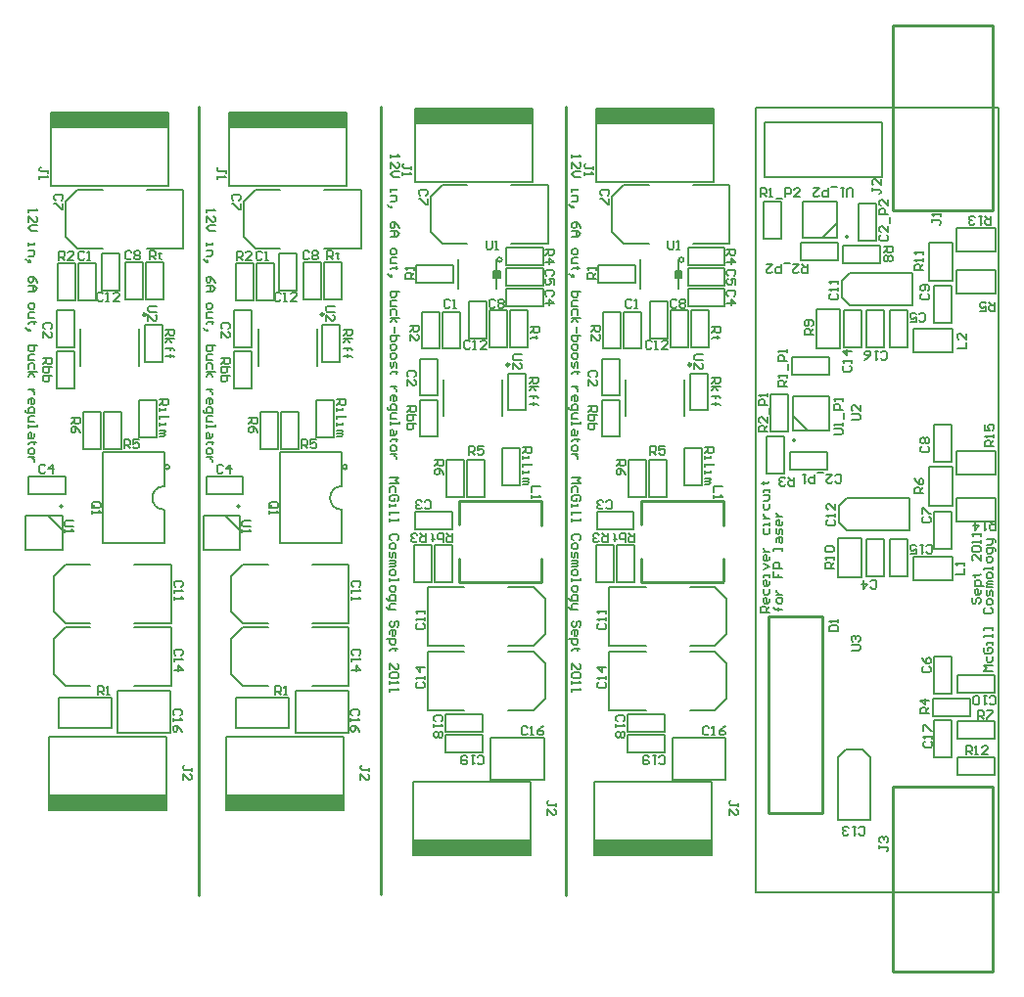
<source format=gto>
%FSLAX24Y24*%
%MOIN*%
G70*
G01*
G75*
G04 Layer_Color=65535*
%ADD10R,0.0140X0.0400*%
%ADD11R,0.0450X0.0600*%
%ADD12R,0.0320X0.0360*%
%ADD13R,0.0394X0.1063*%
%ADD14R,0.0394X0.1063*%
%ADD15R,0.1004X0.1063*%
%ADD16R,0.0360X0.0320*%
%ADD17R,0.0260X0.0800*%
%ADD18O,0.0138X0.0669*%
%ADD19R,0.1063X0.1102*%
%ADD20C,0.1000*%
%ADD21C,0.0500*%
%ADD22C,0.0200*%
%ADD23C,0.0100*%
%ADD24C,0.0750*%
%ADD25R,0.0260X0.0500*%
%ADD26R,0.1063X0.0866*%
%ADD27C,0.0600*%
%ADD28R,0.0394X0.0394*%
%ADD29R,0.1028X0.0339*%
%ADD30R,0.0650X0.0701*%
%ADD31R,0.1402X0.1799*%
%ADD32R,0.0598X0.0598*%
%ADD33R,0.0385X0.0520*%
%ADD34R,0.0520X0.0385*%
%ADD35R,0.0846X0.0532*%
%ADD36R,0.0532X0.0846*%
%ADD37R,0.0400X0.0140*%
%ADD38R,0.0700X0.0700*%
%ADD39C,0.0700*%
%ADD40C,0.0200*%
%ADD41C,0.0280*%
%ADD42C,0.0500*%
%ADD43C,0.0260*%
%ADD44C,0.1000*%
%ADD45C,0.1100*%
%ADD46C,0.0600*%
%ADD47C,0.0591*%
%ADD48R,0.0591X0.0591*%
%ADD49C,0.0252*%
%ADD50C,0.1024*%
%ADD51R,0.0800X0.0260*%
%ADD52C,0.0400*%
%ADD53C,0.0250*%
%ADD54C,0.0079*%
%ADD55C,0.0098*%
%ADD56C,0.0060*%
%ADD57C,0.0080*%
%ADD58C,0.0050*%
%ADD59R,0.4000X0.0500*%
D23*
X29870Y12870D02*
Y39730D01*
X17390Y12870D02*
Y39740D01*
X23580Y12890D02*
Y39710D01*
X29052Y23542D02*
X29032Y23522D01*
X26256D02*
X29032D01*
X29052Y24309D02*
Y23542D01*
Y26278D02*
Y25471D01*
X26256Y26278D02*
Y25491D01*
Y24309D02*
Y23522D01*
Y26278D02*
X29032D01*
X43200Y10250D02*
X42200D01*
X44400Y16550D02*
X41000D01*
X44400Y10250D02*
Y16550D01*
Y10250D02*
X43200D01*
X42200D02*
X41000D01*
Y16550D01*
X38625Y22360D02*
X36775D01*
Y15667D02*
Y22360D01*
X38625Y15667D02*
Y22360D01*
Y15667D02*
X36775D01*
X44400Y36200D02*
Y42500D01*
X43200D01*
X42200D02*
X41000D01*
Y36200D02*
Y42500D01*
X44400Y36200D02*
X41000D01*
X43200Y42500D02*
X42200D01*
X35242Y23542D02*
X35222Y23522D01*
X32446D02*
X35222D01*
X35242Y24309D02*
Y23542D01*
Y26278D02*
Y25471D01*
X32446Y26278D02*
Y25491D01*
Y24309D02*
Y23522D01*
Y26278D02*
X35222D01*
D54*
X18737Y26061D02*
G03*
X18737Y26061I0J50D01*
G01*
X22350Y27370D02*
G03*
X22350Y27370I0J79D01*
G01*
X22250Y26795D02*
G03*
X22250Y25995I0J-400D01*
G01*
X18280Y25780D02*
X18780Y25280D01*
X17530Y25780D02*
X18780D01*
Y24630D01*
X17530Y25780D02*
Y24630D01*
X18780D01*
X18480Y21580D02*
Y20380D01*
X21230Y19980D02*
X22480D01*
X18480Y20380D02*
X18880Y19980D01*
X19730D01*
X22480Y21980D02*
Y19980D01*
X21230Y21980D02*
X22480D01*
X18880D02*
X18480Y21580D01*
X18880Y21980D02*
X19730D01*
X18480Y23720D02*
Y22520D01*
X21230Y22120D02*
X22480D01*
X18480Y22520D02*
X18880Y22120D01*
X19730D01*
X22480Y24120D02*
Y22120D01*
X21230Y24120D02*
X22480D01*
X18880D02*
X18480Y23720D01*
X18880Y24120D02*
X19730D01*
X18910Y36500D02*
Y35300D01*
X21660Y34900D02*
X22910D01*
X18910Y35300D02*
X19310Y34900D01*
X20160D01*
X22910Y36900D02*
Y34900D01*
X21660Y36900D02*
X22910D01*
X19310D02*
X18910Y36500D01*
X19310Y36900D02*
X20160D01*
X20150Y27945D02*
X22250D01*
X20150D02*
Y24845D01*
X22250D01*
Y27945D02*
Y26795D01*
Y25995D02*
Y24845D01*
X21404Y32150D02*
Y30890D01*
X19396Y32150D02*
Y30890D01*
X27620Y34431D02*
G03*
X27620Y34431I0J79D01*
G01*
X27470Y34120D02*
X27470Y33900D01*
X27570Y34120D02*
X27570Y33900D01*
X27630Y34120D02*
X27630Y33900D01*
X27410Y33900D02*
X27630Y33900D01*
X27410Y34120D02*
X27410Y33900D01*
X27410Y34120D02*
X27630Y34120D01*
X27520Y34510D02*
X27520Y33510D01*
X26220Y34510D02*
X26220Y33510D01*
X25716Y30440D02*
Y29180D01*
X27724Y30440D02*
Y29180D01*
X25670Y37060D02*
X26520D01*
X25670D02*
X25270Y36660D01*
X28020Y37060D02*
X29270D01*
Y35060D01*
X25670D02*
X26520D01*
X25270Y35460D02*
X25670Y35060D01*
X28020D02*
X29270D01*
X25270Y36660D02*
Y35460D01*
X27920Y21360D02*
X28770D01*
X29170Y21760D02*
X28770Y21360D01*
X25170D02*
X26420D01*
X25170Y23360D02*
Y21360D01*
X27920Y23360D02*
X28770D01*
X29170Y22960D01*
X25170Y23360D02*
X26420D01*
X29170Y22960D02*
Y21760D01*
X27920Y19160D02*
X28770D01*
X29170Y19560D02*
X28770Y19160D01*
X25170D02*
X26420D01*
X25170Y21160D02*
Y19160D01*
X27920Y21160D02*
X28770D01*
X29170Y20760D01*
X25170Y21160D02*
X26420D01*
X29170Y20760D02*
Y19560D01*
X37643Y28419D02*
G03*
X37643Y28419I0J-50D01*
G01*
X39431Y35343D02*
G03*
X39431Y35343I0J-50D01*
G01*
X39149Y17554D02*
X39424Y17830D01*
X39149Y15432D02*
Y17554D01*
X40251Y15432D02*
Y17554D01*
X39972Y17833D02*
X39424D01*
X40251Y17554D02*
X39976Y17830D01*
X40251Y15432D02*
X39149D01*
X39446Y25299D02*
X39170Y25574D01*
X41568Y25299D02*
X39446D01*
X41568Y26401D02*
X39446D01*
X39167Y25574D02*
Y26122D01*
X39170Y26126D02*
X39446Y26401D01*
X41568Y25299D02*
Y26401D01*
X39546Y32949D02*
X39270Y33224D01*
X41668Y32949D02*
X39546D01*
X41668Y34051D02*
X39546D01*
X39267Y33224D02*
Y33772D01*
X39270Y33776D02*
X39546Y34051D01*
X41668Y32949D02*
Y34051D01*
X38850Y29850D02*
X37600D01*
X38850Y28700D02*
Y29850D01*
X37600Y28700D02*
Y29850D01*
X38850Y28700D02*
X37600D01*
X38100D02*
X37600Y29200D01*
X37950Y35250D02*
Y36500D01*
X39100D02*
X37950D01*
X39100Y35250D02*
X37950D01*
X39100D02*
Y36500D01*
X38600Y35250D02*
X39100Y35750D01*
X40650Y39190D02*
X36650D01*
Y37320D02*
Y39190D01*
X40650Y37320D02*
X36650D01*
X40650D02*
Y39190D01*
X33810Y34431D02*
G03*
X33810Y34431I0J79D01*
G01*
X33660Y34120D02*
X33660Y33900D01*
X33760Y34120D02*
X33760Y33900D01*
X33820Y34120D02*
X33820Y33900D01*
X33600Y33900D02*
X33820Y33900D01*
X33600Y34120D02*
X33600Y33900D01*
X33600Y34120D02*
X33820Y34120D01*
X33710Y34510D02*
X33710Y33510D01*
X32410Y34510D02*
X32410Y33510D01*
X31906Y30440D02*
Y29180D01*
X33914Y30440D02*
Y29180D01*
X31860Y37060D02*
X32710D01*
X31860D02*
X31460Y36660D01*
X34210Y37060D02*
X35460D01*
Y35060D01*
X31860D02*
X32710D01*
X31460Y35460D02*
X31860Y35060D01*
X34210D02*
X35460D01*
X31460Y36660D02*
Y35460D01*
X34110Y21360D02*
X34960D01*
X35360Y21760D02*
X34960Y21360D01*
X31360D02*
X32610D01*
X31360Y23360D02*
Y21360D01*
X34110Y23360D02*
X34960D01*
X35360Y22960D01*
X31360Y23360D02*
X32610D01*
X35360Y22960D02*
Y21760D01*
X34110Y19160D02*
X34960D01*
X35360Y19560D02*
X34960Y19160D01*
X31360D02*
X32610D01*
X31360Y21160D02*
Y19160D01*
X34110Y21160D02*
X34960D01*
X35360Y20760D01*
X31360Y21160D02*
X32610D01*
X35360Y20760D02*
Y19560D01*
X12687Y26061D02*
G03*
X12687Y26061I0J50D01*
G01*
X16300Y27370D02*
G03*
X16300Y27370I0J79D01*
G01*
X16200Y26795D02*
G03*
X16200Y25995I0J-400D01*
G01*
X12230Y25780D02*
X12730Y25280D01*
X11480Y25780D02*
X12730D01*
Y24630D01*
X11480Y25780D02*
Y24630D01*
X12730D01*
X12430Y21580D02*
Y20380D01*
X15180Y19980D02*
X16430D01*
X12430Y20380D02*
X12830Y19980D01*
X13680D01*
X16430Y21980D02*
Y19980D01*
X15180Y21980D02*
X16430D01*
X12830D02*
X12430Y21580D01*
X12830Y21980D02*
X13680D01*
X12430Y23720D02*
Y22520D01*
X15180Y22120D02*
X16430D01*
X12430Y22520D02*
X12830Y22120D01*
X13680D01*
X16430Y24120D02*
Y22120D01*
X15180Y24120D02*
X16430D01*
X12830D02*
X12430Y23720D01*
X12830Y24120D02*
X13680D01*
X12860Y36500D02*
Y35300D01*
X15610Y34900D02*
X16860D01*
X12860Y35300D02*
X13260Y34900D01*
X14110D01*
X16860Y36900D02*
Y34900D01*
X15610Y36900D02*
X16860D01*
X13260D02*
X12860Y36500D01*
X13260Y36900D02*
X14110D01*
X14100Y27945D02*
X16200D01*
X14100D02*
Y24845D01*
X16200D01*
Y27945D02*
Y26795D01*
Y25995D02*
Y24845D01*
X15354Y32150D02*
Y30890D01*
X13346Y32150D02*
Y30890D01*
D55*
X21581Y32593D02*
G03*
X21581Y32593I0J49D01*
G01*
X27901Y30883D02*
G03*
X27901Y30883I0J49D01*
G01*
X34091D02*
G03*
X34091Y30883I0J49D01*
G01*
X15531Y32593D02*
G03*
X15531Y32593I0J49D01*
G01*
D56*
X18320Y16270D02*
X22320D01*
X18320Y18270D02*
Y15770D01*
Y18270D02*
X22320D01*
X18320Y15770D02*
X22320D01*
Y18270D02*
Y15770D01*
X18410Y39020D02*
X22410D01*
Y39520D02*
Y37020D01*
X18410D02*
X22410D01*
X18410Y39520D02*
X22410D01*
X18410D02*
Y37020D01*
X24670Y14710D02*
X28670D01*
X24670Y16710D02*
Y14210D01*
Y16710D02*
X28670D01*
X24670Y14210D02*
X28670D01*
Y16710D02*
Y14210D01*
X24730Y39150D02*
X28730D01*
Y39650D02*
Y37150D01*
X24730D02*
X28730D01*
X24730Y39650D02*
X28730D01*
X24730D02*
Y37150D01*
X30860Y14710D02*
X34860D01*
X30860Y16710D02*
Y14210D01*
Y16710D02*
X34860D01*
X30860Y14210D02*
X34860D01*
Y16710D02*
Y14210D01*
X30920Y39150D02*
X34920D01*
Y39650D02*
Y37150D01*
X30920D02*
X34920D01*
X30920Y39650D02*
X34920D01*
X30920D02*
Y37150D01*
X12270Y16270D02*
X16270D01*
X12270Y18270D02*
Y15770D01*
Y18270D02*
X16270D01*
X12270Y15770D02*
X16270D01*
Y18270D02*
Y15770D01*
X12360Y39020D02*
X16360D01*
Y39520D02*
Y37020D01*
X12360D02*
X16360D01*
X12360Y39520D02*
X16360D01*
X12360D02*
Y37020D01*
D57*
X18646Y18558D02*
X20457D01*
X18646Y19582D02*
X20457D01*
X18646D02*
Y18558D01*
X20457Y19582D02*
Y18558D01*
X18590Y31380D02*
X19190D01*
Y30120D01*
X18590Y31380D02*
Y30120D01*
X19190D01*
X18590Y32780D02*
X19190D01*
Y31520D01*
X18590Y32780D02*
Y31520D01*
X19190D01*
X20665Y18391D02*
X22476D01*
X20665Y19809D02*
X22476D01*
X20665D02*
Y18391D01*
X22476Y19809D02*
Y18391D01*
X18640Y33120D02*
X19240D01*
X18640Y34380D02*
Y33120D01*
X19240Y34380D02*
Y33120D01*
X18640Y34380D02*
X19240D01*
X19340D02*
X19940D01*
Y33120D01*
X19340Y34380D02*
Y33120D01*
X19940D01*
X20120Y34730D02*
X20720D01*
Y33470D01*
X20120Y34730D02*
Y33470D01*
X20720D01*
X19490Y29330D02*
X20090D01*
Y28070D01*
X19490Y29330D02*
Y28070D01*
X20090D01*
X20190Y29330D02*
X20790D01*
Y28070D01*
X20190Y29330D02*
Y28070D01*
X20790D01*
X20940Y33170D02*
X21540D01*
X20940Y34430D02*
Y33170D01*
X21540Y34430D02*
Y33170D01*
X20940Y34430D02*
X21540D01*
X21640D02*
X22240D01*
Y33170D01*
X21640Y34430D02*
Y33170D01*
X22240D01*
X21590Y31020D02*
X22190D01*
X21590Y32280D02*
Y31020D01*
X22190Y32280D02*
Y31020D01*
X21590Y32280D02*
X22190D01*
X21390Y29730D02*
X21990D01*
Y28470D01*
X21390Y29730D02*
Y28470D01*
X21990D01*
X18890Y27140D02*
Y26540D01*
X17630D02*
X18890D01*
X17630Y27140D02*
X18890D01*
X17630D02*
Y26540D01*
X27840Y34210D02*
Y33610D01*
Y34210D02*
X29100D01*
X27840Y33610D02*
X29100D01*
Y34210D02*
Y33610D01*
Y33510D02*
Y32910D01*
X27840D02*
X29100D01*
X27840Y33510D02*
X29100D01*
X27840D02*
Y32910D01*
X24790Y34310D02*
Y33710D01*
Y34310D02*
X26050D01*
X24790Y33710D02*
X26050D01*
Y34310D02*
Y33710D01*
X27840Y34910D02*
Y34310D01*
Y34910D02*
X29100D01*
X27840Y34310D02*
X29100D01*
Y34910D02*
Y34310D01*
X27720Y26830D02*
X28320D01*
X27720Y28090D02*
Y26830D01*
X28320Y28090D02*
Y26830D01*
X27720Y28090D02*
X28320D01*
X27920Y30640D02*
X28520D01*
Y29380D01*
X27920Y30640D02*
Y29380D01*
X28520D01*
X27970Y31530D02*
X28570D01*
X27970Y32790D02*
Y31530D01*
X28570Y32790D02*
Y31530D01*
X27970Y32790D02*
X28570D01*
X27270D02*
X27870D01*
Y31530D01*
X27270Y32790D02*
Y31530D01*
X27870D01*
X26520Y26430D02*
X27120D01*
X26520Y27690D02*
Y26430D01*
X27120Y27690D02*
Y26430D01*
X26520Y27690D02*
X27120D01*
X25820Y26430D02*
X26420D01*
X25820Y27690D02*
Y26430D01*
X26420Y27690D02*
Y26430D01*
X25820Y27690D02*
X26420D01*
X25420Y23530D02*
X26020D01*
X25420Y24790D02*
Y23530D01*
X26020Y24790D02*
Y23530D01*
X25420Y24790D02*
X26020D01*
X24720Y23530D02*
X25320D01*
X24720Y24790D02*
Y23530D01*
X25320Y24790D02*
Y23530D01*
X24720Y24790D02*
X25320D01*
X26570Y31830D02*
X27170D01*
X26570Y33090D02*
Y31830D01*
X27170Y33090D02*
Y31830D01*
X26570Y33090D02*
X27170D01*
X24740Y25910D02*
Y25310D01*
Y25910D02*
X26000D01*
X24740Y25310D02*
X26000D01*
Y25910D02*
Y25310D01*
X25670Y31480D02*
X26270D01*
X25670Y32740D02*
Y31480D01*
X26270Y32740D02*
Y31480D01*
X25670Y32740D02*
X26270D01*
X24970D02*
X25570D01*
Y31480D01*
X24970Y32740D02*
Y31480D01*
X25570D01*
X27324Y18219D02*
Y16801D01*
X29135Y18219D02*
Y16801D01*
X27324D02*
X29135D01*
X27324Y18219D02*
X29135D01*
X24920Y29880D02*
X25520D01*
X24920Y31140D02*
Y29880D01*
X25520Y31140D02*
Y29880D01*
X24920Y31140D02*
X25520D01*
X24920Y28480D02*
X25520D01*
X24920Y29740D02*
Y28480D01*
X25520Y29740D02*
Y28480D01*
X24920Y29740D02*
X25520D01*
X27050Y18310D02*
Y17710D01*
X25790D02*
X27050D01*
X25790Y18310D02*
X27050D01*
X25790D02*
Y17710D01*
Y19010D02*
Y18410D01*
Y19010D02*
X27050D01*
X25790Y18410D02*
X27050D01*
Y19010D02*
Y18410D01*
X36347Y13001D02*
Y39700D01*
X36350Y12950D02*
X36347Y13001D01*
X44600Y39700D02*
X36347D01*
X44600Y12950D02*
X36350D01*
X44600D02*
Y39700D01*
X44480Y16950D02*
Y17550D01*
Y16950D02*
X43220D01*
X44480Y17550D02*
X43220D01*
Y16950D02*
Y17550D01*
X44480Y19750D02*
Y20350D01*
Y19750D02*
X43220D01*
X44480Y20350D02*
X43220D01*
Y19750D02*
Y20350D01*
X44480Y18200D02*
Y18800D01*
Y18200D02*
X43220D01*
X44480Y18800D02*
X43220D01*
Y18200D02*
Y18800D01*
X43175Y25600D02*
Y26400D01*
X44500D02*
X43175D01*
X44500Y25600D02*
X43175D01*
X44500D02*
Y26400D01*
X43175Y27200D02*
Y28000D01*
X44500D02*
X43175D01*
X44500Y27200D02*
X43175D01*
X44500D02*
Y28000D01*
X43175Y33350D02*
Y34150D01*
X44500D02*
X43175D01*
X44500Y33350D02*
X43175D01*
X44500D02*
Y34150D01*
X43175Y34800D02*
Y35600D01*
X44500D02*
X43175D01*
X44500Y34800D02*
X43175D01*
X44500D02*
Y35600D01*
X43630Y18950D02*
Y19550D01*
Y18950D02*
X42370D01*
X43630Y19550D02*
X42370D01*
Y18950D02*
Y19550D01*
X43050Y26125D02*
X42250D01*
Y27450D01*
X43050Y26125D02*
Y27450D01*
X42250D01*
X43050Y33775D02*
X42250D01*
Y35100D01*
X43050Y33775D02*
Y35100D01*
X42250D01*
X43000Y17570D02*
X42400D01*
Y18830D01*
X43000Y17570D02*
Y18830D01*
X42400D01*
X43000Y19720D02*
X42400D01*
Y20980D01*
X43000Y19720D02*
Y20980D01*
X42400D01*
X43000Y24670D02*
X42400D01*
Y25930D01*
X43000Y24670D02*
Y25930D01*
X42400D01*
X43000Y27620D02*
X42400D01*
Y28880D01*
X43000Y27620D02*
Y28880D01*
X42400D01*
X43000Y32370D02*
X42400D01*
Y33630D01*
X43000Y32370D02*
Y33630D01*
X42400D01*
X41725Y23600D02*
Y24400D01*
X43050D02*
X41725D01*
X43050Y23600D02*
X41725D01*
X43050D02*
Y24400D01*
X41725Y31350D02*
Y32150D01*
X43050D02*
X41725D01*
X43050Y31350D02*
X41725D01*
X43050D02*
Y32150D01*
X40700Y24980D02*
X40100D01*
X40700Y23720D02*
Y24980D01*
X40100Y23720D02*
Y24980D01*
X40700Y23720D02*
X40100D01*
X41500Y32780D02*
X40900D01*
X41500Y31520D02*
Y32780D01*
X40900Y31520D02*
Y32780D01*
X41500Y31520D02*
X40900D01*
X41500Y24980D02*
X40900D01*
X41500Y23720D02*
Y24980D01*
X40900Y23720D02*
Y24980D01*
X41500Y23720D02*
X40900D01*
X40700Y32780D02*
X40100D01*
X40700Y31520D02*
Y32780D01*
X40100Y31520D02*
Y32780D01*
X40700Y31520D02*
X40100D01*
X39950Y25025D02*
X39150D01*
X39950Y23700D02*
Y25025D01*
X39150Y23700D02*
Y25025D01*
X39950Y23700D02*
X39150D01*
X39950Y32780D02*
X39350D01*
X39950Y31520D02*
Y32780D01*
X39350Y31520D02*
Y32780D01*
X39950Y31520D02*
X39350D01*
X39200Y32825D02*
X38400D01*
X39200Y31500D02*
Y32825D01*
X38400Y31500D02*
Y32825D01*
X39200Y31500D02*
X38400D01*
X37300Y28480D02*
X36700D01*
X37300Y27220D02*
Y28480D01*
X36700Y27220D02*
Y28480D01*
X37300Y27220D02*
X36700D01*
X39320Y34400D02*
Y35000D01*
X40580D02*
X39320D01*
X40580Y34400D02*
X39320D01*
X40580D02*
Y35000D01*
X37450Y29930D02*
X36850D01*
X37450Y28670D02*
Y29930D01*
X36850Y28670D02*
Y29930D01*
X37450Y28670D02*
X36850D01*
X38830Y30600D02*
Y31200D01*
Y30600D02*
X37570D01*
X38830Y31200D02*
X37570D01*
Y30600D02*
Y31200D01*
X38780Y27350D02*
Y27950D01*
Y27350D02*
X37520D01*
X38780Y27950D02*
X37520D01*
Y27350D02*
Y27950D01*
X37200Y36480D02*
X36600D01*
X37200Y35220D02*
Y36480D01*
X36600Y35220D02*
Y36480D01*
X37200Y35220D02*
X36600D01*
X40450Y36430D02*
X39850D01*
X40450Y35170D02*
Y36430D01*
X39850Y35170D02*
Y36430D01*
X40450Y35170D02*
X39850D01*
X37870Y34500D02*
Y35100D01*
X39130D02*
X37870D01*
X39130Y34500D02*
X37870D01*
X39130D02*
Y35100D01*
X34030Y34210D02*
Y33610D01*
Y34210D02*
X35290D01*
X34030Y33610D02*
X35290D01*
Y34210D02*
Y33610D01*
Y33510D02*
Y32910D01*
X34030D02*
X35290D01*
X34030Y33510D02*
X35290D01*
X34030D02*
Y32910D01*
X30980Y34310D02*
Y33710D01*
Y34310D02*
X32240D01*
X30980Y33710D02*
X32240D01*
Y34310D02*
Y33710D01*
X34030Y34910D02*
Y34310D01*
Y34910D02*
X35290D01*
X34030Y34310D02*
X35290D01*
Y34910D02*
Y34310D01*
X33910Y26830D02*
X34510D01*
X33910Y28090D02*
Y26830D01*
X34510Y28090D02*
Y26830D01*
X33910Y28090D02*
X34510D01*
X34110Y30640D02*
X34710D01*
Y29380D01*
X34110Y30640D02*
Y29380D01*
X34710D01*
X34160Y31530D02*
X34760D01*
X34160Y32790D02*
Y31530D01*
X34760Y32790D02*
Y31530D01*
X34160Y32790D02*
X34760D01*
X33460D02*
X34060D01*
Y31530D01*
X33460Y32790D02*
Y31530D01*
X34060D01*
X32710Y26430D02*
X33310D01*
X32710Y27690D02*
Y26430D01*
X33310Y27690D02*
Y26430D01*
X32710Y27690D02*
X33310D01*
X32010Y26430D02*
X32610D01*
X32010Y27690D02*
Y26430D01*
X32610Y27690D02*
Y26430D01*
X32010Y27690D02*
X32610D01*
X31610Y23530D02*
X32210D01*
X31610Y24790D02*
Y23530D01*
X32210Y24790D02*
Y23530D01*
X31610Y24790D02*
X32210D01*
X30910Y23530D02*
X31510D01*
X30910Y24790D02*
Y23530D01*
X31510Y24790D02*
Y23530D01*
X30910Y24790D02*
X31510D01*
X32760Y31830D02*
X33360D01*
X32760Y33090D02*
Y31830D01*
X33360Y33090D02*
Y31830D01*
X32760Y33090D02*
X33360D01*
X30930Y25910D02*
Y25310D01*
Y25910D02*
X32190D01*
X30930Y25310D02*
X32190D01*
Y25910D02*
Y25310D01*
X31860Y31480D02*
X32460D01*
X31860Y32740D02*
Y31480D01*
X32460Y32740D02*
Y31480D01*
X31860Y32740D02*
X32460D01*
X31160D02*
X31760D01*
Y31480D01*
X31160Y32740D02*
Y31480D01*
X31760D01*
X33514Y18219D02*
Y16801D01*
X35325Y18219D02*
Y16801D01*
X33514D02*
X35325D01*
X33514Y18219D02*
X35325D01*
X31110Y29880D02*
X31710D01*
X31110Y31140D02*
Y29880D01*
X31710Y31140D02*
Y29880D01*
X31110Y31140D02*
X31710D01*
X31110Y28480D02*
X31710D01*
X31110Y29740D02*
Y28480D01*
X31710Y29740D02*
Y28480D01*
X31110Y29740D02*
X31710D01*
X33240Y18310D02*
Y17710D01*
X31980D02*
X33240D01*
X31980Y18310D02*
X33240D01*
X31980D02*
Y17710D01*
Y19010D02*
Y18410D01*
Y19010D02*
X33240D01*
X31980Y18410D02*
X33240D01*
Y19010D02*
Y18410D01*
X12596Y18558D02*
X14407D01*
X12596Y19582D02*
X14407D01*
X12596D02*
Y18558D01*
X14407Y19582D02*
Y18558D01*
X12540Y31380D02*
X13140D01*
Y30120D01*
X12540Y31380D02*
Y30120D01*
X13140D01*
X12540Y32780D02*
X13140D01*
Y31520D01*
X12540Y32780D02*
Y31520D01*
X13140D01*
X14615Y18391D02*
X16426D01*
X14615Y19809D02*
X16426D01*
X14615D02*
Y18391D01*
X16426Y19809D02*
Y18391D01*
X12590Y33120D02*
X13190D01*
X12590Y34380D02*
Y33120D01*
X13190Y34380D02*
Y33120D01*
X12590Y34380D02*
X13190D01*
X13290D02*
X13890D01*
Y33120D01*
X13290Y34380D02*
Y33120D01*
X13890D01*
X14070Y34730D02*
X14670D01*
Y33470D01*
X14070Y34730D02*
Y33470D01*
X14670D01*
X13440Y29330D02*
X14040D01*
Y28070D01*
X13440Y29330D02*
Y28070D01*
X14040D01*
X14140Y29330D02*
X14740D01*
Y28070D01*
X14140Y29330D02*
Y28070D01*
X14740D01*
X14890Y33170D02*
X15490D01*
X14890Y34430D02*
Y33170D01*
X15490Y34430D02*
Y33170D01*
X14890Y34430D02*
X15490D01*
X15590D02*
X16190D01*
Y33170D01*
X15590Y34430D02*
Y33170D01*
X16190D01*
X15540Y31020D02*
X16140D01*
X15540Y32280D02*
Y31020D01*
X16140Y32280D02*
Y31020D01*
X15540Y32280D02*
X16140D01*
X15340Y29730D02*
X15940D01*
Y28470D01*
X15340Y29730D02*
Y28470D01*
X15940D01*
X12840Y27140D02*
Y26540D01*
X11580D02*
X12840D01*
X11580Y27140D02*
X12840D01*
X11580D02*
Y26540D01*
D58*
X19530Y34750D02*
X19480Y34800D01*
X19380D01*
X19330Y34750D01*
Y34550D01*
X19380Y34500D01*
X19480D01*
X19530Y34550D01*
X19630Y34500D02*
X19730D01*
X19680D01*
Y34800D01*
X19630Y34750D01*
X18390Y32150D02*
X18440Y32200D01*
Y32300D01*
X18390Y32350D01*
X18190D01*
X18140Y32300D01*
Y32200D01*
X18190Y32150D01*
X18140Y31850D02*
Y32050D01*
X18340Y31850D01*
X18390D01*
X18440Y31900D01*
Y32000D01*
X18390Y32050D01*
X18210Y27490D02*
X18160Y27540D01*
X18060D01*
X18010Y27490D01*
Y27290D01*
X18060Y27240D01*
X18160D01*
X18210Y27290D01*
X18460Y27240D02*
Y27540D01*
X18310Y27390D01*
X18510D01*
X18760Y36540D02*
X18810Y36590D01*
Y36690D01*
X18760Y36740D01*
X18560D01*
X18510Y36690D01*
Y36590D01*
X18560Y36540D01*
X18810Y36440D02*
Y36240D01*
X18760D01*
X18560Y36440D01*
X18510D01*
X21140Y34770D02*
X21090Y34820D01*
X20990D01*
X20940Y34770D01*
Y34570D01*
X20990Y34520D01*
X21090D01*
X21140Y34570D01*
X21240Y34770D02*
X21290Y34820D01*
X21390D01*
X21440Y34770D01*
Y34720D01*
X21390Y34670D01*
X21440Y34620D01*
Y34570D01*
X21390Y34520D01*
X21290D01*
X21240Y34570D01*
Y34620D01*
X21290Y34670D01*
X21240Y34720D01*
Y34770D01*
X21290Y34670D02*
X21390D01*
X22830Y23370D02*
X22880Y23420D01*
Y23520D01*
X22830Y23570D01*
X22630D01*
X22580Y23520D01*
Y23420D01*
X22630Y23370D01*
X22580Y23270D02*
Y23170D01*
Y23220D01*
X22880D01*
X22830Y23270D01*
X22580Y23020D02*
Y22920D01*
Y22970D01*
X22880D01*
X22830Y23020D01*
X20170Y33350D02*
X20120Y33400D01*
X20020D01*
X19970Y33350D01*
Y33150D01*
X20020Y33100D01*
X20120D01*
X20170Y33150D01*
X20270Y33100D02*
X20370D01*
X20320D01*
Y33400D01*
X20270Y33350D01*
X20720Y33100D02*
X20520D01*
X20720Y33300D01*
Y33350D01*
X20670Y33400D01*
X20570D01*
X20520Y33350D01*
X22830Y21030D02*
X22880Y21080D01*
Y21180D01*
X22830Y21230D01*
X22630D01*
X22580Y21180D01*
Y21080D01*
X22630Y21030D01*
X22580Y20930D02*
Y20830D01*
Y20880D01*
X22880D01*
X22830Y20930D01*
X22580Y20530D02*
X22880D01*
X22730Y20680D01*
Y20480D01*
X22810Y18990D02*
X22860Y19040D01*
Y19140D01*
X22810Y19190D01*
X22610D01*
X22560Y19140D01*
Y19040D01*
X22610Y18990D01*
X22560Y18890D02*
Y18790D01*
Y18840D01*
X22860D01*
X22810Y18890D01*
X22860Y18440D02*
X22810Y18540D01*
X22710Y18640D01*
X22610D01*
X22560Y18590D01*
Y18490D01*
X22610Y18440D01*
X22660D01*
X22710Y18490D01*
Y18640D01*
X19830Y26050D02*
X20030D01*
X20080Y26100D01*
Y26200D01*
X20030Y26250D01*
X19830D01*
X19780Y26200D01*
Y26100D01*
X19880Y26150D02*
X19780Y26050D01*
Y26100D02*
X19830Y26050D01*
X19780Y25950D02*
Y25850D01*
Y25900D01*
X20080D01*
X20030Y25950D01*
X19980Y19680D02*
Y19980D01*
X20130D01*
X20180Y19930D01*
Y19830D01*
X20130Y19780D01*
X19980D01*
X20080D02*
X20180Y19680D01*
X20280D02*
X20380D01*
X20330D01*
Y19980D01*
X20280Y19930D01*
X18670Y34500D02*
Y34800D01*
X18820D01*
X18870Y34750D01*
Y34650D01*
X18820Y34600D01*
X18670D01*
X18770D02*
X18870Y34500D01*
X19170D02*
X18970D01*
X19170Y34700D01*
Y34750D01*
X19120Y34800D01*
X19020D01*
X18970Y34750D01*
X20880Y28080D02*
Y28380D01*
X21030D01*
X21080Y28330D01*
Y28230D01*
X21030Y28180D01*
X20880D01*
X20980D02*
X21080Y28080D01*
X21380Y28380D02*
X21180D01*
Y28230D01*
X21280Y28280D01*
X21330D01*
X21380Y28230D01*
Y28130D01*
X21330Y28080D01*
X21230D01*
X21180Y28130D01*
X19080Y29110D02*
X19380D01*
Y28960D01*
X19330Y28910D01*
X19230D01*
X19180Y28960D01*
Y29110D01*
Y29010D02*
X19080Y28910D01*
X19380Y28610D02*
X19330Y28710D01*
X19230Y28810D01*
X19130D01*
X19080Y28760D01*
Y28660D01*
X19130Y28610D01*
X19180D01*
X19230Y28660D01*
Y28810D01*
X18140Y31150D02*
X18440D01*
Y31000D01*
X18390Y30950D01*
X18290D01*
X18240Y31000D01*
Y31150D01*
Y31050D02*
X18140Y30950D01*
X18440Y30850D02*
X18140D01*
Y30700D01*
X18190Y30650D01*
X18240D01*
X18290D01*
X18340Y30700D01*
Y30850D01*
X18440Y30550D02*
X18140D01*
Y30400D01*
X18190Y30350D01*
X18240D01*
X18290D01*
X18340Y30400D01*
Y30550D01*
X22090Y29750D02*
X22390D01*
Y29600D01*
X22340Y29550D01*
X22240D01*
X22190Y29600D01*
Y29750D01*
Y29650D02*
X22090Y29550D01*
Y29450D02*
Y29350D01*
Y29400D01*
X22290D01*
Y29450D01*
X22090Y29200D02*
Y29100D01*
Y29150D01*
X22390D01*
Y29200D01*
X22090Y28950D02*
Y28850D01*
Y28900D01*
X22290D01*
Y28950D01*
X22090Y28700D02*
X22290D01*
Y28650D01*
X22240Y28600D01*
X22090D01*
X22240D01*
X22290Y28550D01*
X22240Y28500D01*
X22090D01*
X22310Y32140D02*
X22610D01*
Y31990D01*
X22560Y31940D01*
X22460D01*
X22410Y31990D01*
Y32140D01*
Y32040D02*
X22310Y31940D01*
Y31840D02*
X22610D01*
X22410D02*
X22510Y31690D01*
X22410Y31840D02*
X22310Y31690D01*
Y31490D02*
X22560D01*
X22460D01*
Y31540D01*
Y31440D01*
Y31490D01*
X22560D01*
X22610Y31440D01*
X22310Y31240D02*
X22560D01*
X22460D01*
Y31290D01*
Y31190D01*
Y31240D01*
X22560D01*
X22610Y31190D01*
X21750Y34510D02*
Y34810D01*
X21900D01*
X21950Y34760D01*
Y34660D01*
X21900Y34610D01*
X21750D01*
X21850D02*
X21950Y34510D01*
X22100Y34760D02*
Y34710D01*
X22050D01*
X22150D01*
X22100D01*
Y34560D01*
X22150Y34510D01*
X18300Y37460D02*
Y37560D01*
Y37510D01*
X18050D01*
X18000Y37560D01*
Y37610D01*
X18050Y37660D01*
X18000Y37360D02*
Y37260D01*
Y37310D01*
X18300D01*
X18250Y37360D01*
X23190Y17090D02*
Y17190D01*
Y17140D01*
X22940D01*
X22890Y17190D01*
Y17240D01*
X22940Y17290D01*
X22890Y16790D02*
Y16990D01*
X23090Y16790D01*
X23140D01*
X23190Y16840D01*
Y16940D01*
X23140Y16990D01*
X19160Y25610D02*
X18910D01*
X18860Y25560D01*
Y25460D01*
X18910Y25410D01*
X19160D01*
X18860Y25310D02*
Y25210D01*
Y25260D01*
X19160D01*
X19110Y25310D01*
X22010Y32940D02*
X21760D01*
X21710Y32890D01*
Y32790D01*
X21760Y32740D01*
X22010D01*
X21710Y32440D02*
Y32640D01*
X21910Y32440D01*
X21960D01*
X22010Y32490D01*
Y32590D01*
X21960Y32640D01*
X17630Y36230D02*
Y36130D01*
Y36180D01*
X17930D01*
X17880Y36230D01*
X17630Y35780D02*
Y35980D01*
X17830Y35780D01*
X17880D01*
X17930Y35830D01*
Y35930D01*
X17880Y35980D01*
X17930Y35680D02*
X17730D01*
X17630Y35580D01*
X17730Y35480D01*
X17930D01*
X17630Y35080D02*
Y34980D01*
Y35030D01*
X17830D01*
Y35080D01*
X17630Y34830D02*
X17830D01*
Y34681D01*
X17780Y34631D01*
X17630D01*
X17580Y34481D02*
X17630Y34431D01*
X17680D01*
Y34481D01*
X17630D01*
Y34431D01*
X17580Y34481D01*
X17530Y34531D01*
X17930Y33731D02*
X17880Y33831D01*
X17780Y33931D01*
X17680D01*
X17630Y33881D01*
Y33781D01*
X17680Y33731D01*
X17730D01*
X17780Y33781D01*
Y33931D01*
X17630Y33631D02*
X17830D01*
X17930Y33531D01*
X17830Y33431D01*
X17630D01*
X17780D01*
Y33631D01*
X17630Y32981D02*
Y32881D01*
X17680Y32831D01*
X17780D01*
X17830Y32881D01*
Y32981D01*
X17780Y33031D01*
X17680D01*
X17630Y32981D01*
X17830Y32731D02*
X17680D01*
X17630Y32681D01*
Y32531D01*
X17830D01*
X17880Y32381D02*
X17830D01*
Y32431D01*
Y32331D01*
Y32381D01*
X17680D01*
X17630Y32331D01*
X17580Y32131D02*
X17630Y32081D01*
X17680D01*
Y32131D01*
X17630D01*
Y32081D01*
X17580Y32131D01*
X17530Y32181D01*
X17930Y31581D02*
X17630D01*
Y31432D01*
X17680Y31382D01*
X17730D01*
X17780D01*
X17830Y31432D01*
Y31581D01*
Y31282D02*
X17680D01*
X17630Y31232D01*
Y31082D01*
X17830D01*
Y30782D02*
Y30932D01*
X17780Y30982D01*
X17680D01*
X17630Y30932D01*
Y30782D01*
Y30682D02*
X17930D01*
X17730D02*
X17830Y30532D01*
X17730Y30682D02*
X17630Y30532D01*
X17830Y30082D02*
X17630D01*
X17730D01*
X17780Y30032D01*
X17830Y29982D01*
Y29932D01*
X17630Y29632D02*
Y29732D01*
X17680Y29782D01*
X17780D01*
X17830Y29732D01*
Y29632D01*
X17780Y29582D01*
X17730D01*
Y29782D01*
X17530Y29382D02*
Y29332D01*
X17580Y29282D01*
X17830D01*
Y29432D01*
X17780Y29482D01*
X17680D01*
X17630Y29432D01*
Y29282D01*
X17830Y29182D02*
X17680D01*
X17630Y29132D01*
Y28982D01*
X17830D01*
X17630Y28882D02*
Y28782D01*
Y28832D01*
X17930D01*
Y28882D01*
X17830Y28582D02*
Y28483D01*
X17780Y28433D01*
X17630D01*
Y28582D01*
X17680Y28632D01*
X17730Y28582D01*
Y28433D01*
X17880Y28283D02*
X17830D01*
Y28333D01*
Y28233D01*
Y28283D01*
X17680D01*
X17630Y28233D01*
Y28033D02*
Y27933D01*
X17680Y27883D01*
X17780D01*
X17830Y27933D01*
Y28033D01*
X17780Y28083D01*
X17680D01*
X17630Y28033D01*
X17830Y27783D02*
X17630D01*
X17730D01*
X17780Y27733D01*
X17830Y27683D01*
Y27633D01*
X27170Y35160D02*
Y34910D01*
X27220Y34860D01*
X27320D01*
X27370Y34910D01*
Y35160D01*
X27470Y34860D02*
X27570D01*
X27520D01*
Y35160D01*
X27470Y35110D01*
X29540Y15890D02*
Y15990D01*
Y15940D01*
X29290D01*
X29240Y15990D01*
Y16040D01*
X29290Y16090D01*
X29240Y15590D02*
Y15790D01*
X29440Y15590D01*
X29490D01*
X29540Y15640D01*
Y15740D01*
X29490Y15790D01*
X24620Y37590D02*
Y37690D01*
Y37640D01*
X24370D01*
X24320Y37690D01*
Y37740D01*
X24370Y37790D01*
X24320Y37490D02*
Y37390D01*
Y37440D01*
X24620D01*
X24570Y37490D01*
X28370Y31280D02*
X28120D01*
X28070Y31230D01*
Y31130D01*
X28120Y31080D01*
X28370D01*
X28070Y30780D02*
Y30980D01*
X28270Y30780D01*
X28320D01*
X28370Y30830D01*
Y30930D01*
X28320Y30980D01*
X28670Y32210D02*
X28970D01*
Y32060D01*
X28920Y32010D01*
X28820D01*
X28770Y32060D01*
Y32210D01*
Y32110D02*
X28670Y32010D01*
X28920Y31860D02*
X28870D01*
Y31910D01*
Y31810D01*
Y31860D01*
X28720D01*
X28670Y31810D01*
X28640Y30500D02*
X28940D01*
Y30350D01*
X28890Y30300D01*
X28790D01*
X28740Y30350D01*
Y30500D01*
Y30400D02*
X28640Y30300D01*
Y30200D02*
X28940D01*
X28740D02*
X28840Y30050D01*
X28740Y30200D02*
X28640Y30050D01*
Y29850D02*
X28890D01*
X28790D01*
Y29900D01*
Y29800D01*
Y29850D01*
X28890D01*
X28940Y29800D01*
X28640Y29600D02*
X28890D01*
X28790D01*
Y29650D01*
Y29550D01*
Y29600D01*
X28890D01*
X28940Y29550D01*
X28420Y28110D02*
X28720D01*
Y27960D01*
X28670Y27910D01*
X28570D01*
X28520Y27960D01*
Y28110D01*
Y28010D02*
X28420Y27910D01*
Y27810D02*
Y27710D01*
Y27760D01*
X28620D01*
Y27810D01*
X28420Y27560D02*
Y27460D01*
Y27510D01*
X28720D01*
Y27560D01*
X28420Y27310D02*
Y27210D01*
Y27260D01*
X28620D01*
Y27310D01*
X28420Y27060D02*
X28620D01*
Y27010D01*
X28570Y26960D01*
X28420D01*
X28570D01*
X28620Y26910D01*
X28570Y26860D01*
X28420D01*
X26010Y25180D02*
Y24880D01*
X25860D01*
X25810Y24930D01*
Y25030D01*
X25860Y25080D01*
X26010D01*
X25910D02*
X25810Y25180D01*
X25710Y24880D02*
Y25180D01*
X25560D01*
X25510Y25130D01*
Y25080D01*
Y25030D01*
X25560Y24980D01*
X25710D01*
X25360Y24930D02*
Y24980D01*
X25410D01*
X25310D01*
X25360D01*
Y25130D01*
X25310Y25180D01*
X24470Y29510D02*
X24770D01*
Y29360D01*
X24720Y29310D01*
X24620D01*
X24570Y29360D01*
Y29510D01*
Y29410D02*
X24470Y29310D01*
X24770Y29210D02*
X24470D01*
Y29060D01*
X24520Y29010D01*
X24570D01*
X24620D01*
X24670Y29060D01*
Y29210D01*
X24770Y28910D02*
X24470D01*
Y28760D01*
X24520Y28710D01*
X24570D01*
X24620D01*
X24670Y28760D01*
Y28910D01*
X25420Y27690D02*
X25720D01*
Y27540D01*
X25670Y27490D01*
X25570D01*
X25520Y27540D01*
Y27690D01*
Y27590D02*
X25420Y27490D01*
X25720Y27190D02*
X25670Y27290D01*
X25570Y27390D01*
X25470D01*
X25420Y27340D01*
Y27240D01*
X25470Y27190D01*
X25520D01*
X25570Y27240D01*
Y27390D01*
X26570Y27860D02*
Y28160D01*
X26720D01*
X26770Y28110D01*
Y28010D01*
X26720Y27960D01*
X26570D01*
X26670D02*
X26770Y27860D01*
X27070Y28160D02*
X26870D01*
Y28010D01*
X26970Y28060D01*
X27020D01*
X27070Y28010D01*
Y27910D01*
X27020Y27860D01*
X26920D01*
X26870Y27910D01*
X29170Y34860D02*
X29470D01*
Y34710D01*
X29420Y34660D01*
X29320D01*
X29270Y34710D01*
Y34860D01*
Y34760D02*
X29170Y34660D01*
Y34410D02*
X29470D01*
X29320Y34560D01*
Y34360D01*
X25120Y25180D02*
Y24880D01*
X24970D01*
X24920Y24930D01*
Y25030D01*
X24970Y25080D01*
X25120D01*
X25020D02*
X24920Y25180D01*
X24820Y24930D02*
X24770Y24880D01*
X24670D01*
X24620Y24930D01*
Y24980D01*
X24670Y25030D01*
X24720D01*
X24670D01*
X24620Y25080D01*
Y25130D01*
X24670Y25180D01*
X24770D01*
X24820Y25130D01*
X24570Y32260D02*
X24870D01*
Y32110D01*
X24820Y32060D01*
X24720D01*
X24670Y32110D01*
Y32260D01*
Y32160D02*
X24570Y32060D01*
Y31760D02*
Y31960D01*
X24770Y31760D01*
X24820D01*
X24870Y31810D01*
Y31910D01*
X24820Y31960D01*
X24720Y33860D02*
X24420D01*
Y34010D01*
X24470Y34060D01*
X24570D01*
X24620Y34010D01*
Y33860D01*
Y33960D02*
X24720Y34060D01*
Y34160D02*
Y34260D01*
Y34210D01*
X24420D01*
X24470Y34160D01*
X29020Y26780D02*
X28720D01*
Y26580D01*
Y26480D02*
Y26380D01*
Y26430D01*
X29020D01*
X28970Y26480D01*
X25640Y18780D02*
X25690Y18830D01*
Y18930D01*
X25640Y18980D01*
X25440D01*
X25390Y18930D01*
Y18830D01*
X25440Y18780D01*
X25390Y18680D02*
Y18580D01*
Y18630D01*
X25690D01*
X25640Y18680D01*
Y18430D02*
X25690Y18380D01*
Y18280D01*
X25640Y18230D01*
X25590D01*
X25540Y18280D01*
X25490Y18230D01*
X25440D01*
X25390Y18280D01*
Y18380D01*
X25440Y18430D01*
X25490D01*
X25540Y18380D01*
X25590Y18430D01*
X25640D01*
X25540Y18380D02*
Y18280D01*
X28570Y18560D02*
X28520Y18610D01*
X28420D01*
X28370Y18560D01*
Y18360D01*
X28420Y18310D01*
X28520D01*
X28570Y18360D01*
X28670Y18310D02*
X28770D01*
X28720D01*
Y18610D01*
X28670Y18560D01*
X29120Y18610D02*
X29020Y18560D01*
X28920Y18460D01*
Y18360D01*
X28970Y18310D01*
X29070D01*
X29120Y18360D01*
Y18410D01*
X29070Y18460D01*
X28920D01*
X24820Y20110D02*
X24770Y20060D01*
Y19960D01*
X24820Y19910D01*
X25020D01*
X25070Y19960D01*
Y20060D01*
X25020Y20110D01*
X25070Y20210D02*
Y20310D01*
Y20260D01*
X24770D01*
X24820Y20210D01*
X25070Y20610D02*
X24770D01*
X24920Y20460D01*
Y20660D01*
X26620Y31710D02*
X26570Y31760D01*
X26470D01*
X26420Y31710D01*
Y31510D01*
X26470Y31460D01*
X26570D01*
X26620Y31510D01*
X26720Y31460D02*
X26820D01*
X26770D01*
Y31760D01*
X26720Y31710D01*
X27170Y31460D02*
X26970D01*
X27170Y31660D01*
Y31710D01*
X27120Y31760D01*
X27020D01*
X26970Y31710D01*
X24820Y22110D02*
X24770Y22060D01*
Y21960D01*
X24820Y21910D01*
X25020D01*
X25070Y21960D01*
Y22060D01*
X25020Y22110D01*
X25070Y22210D02*
Y22310D01*
Y22260D01*
X24770D01*
X24820Y22210D01*
X25070Y22460D02*
Y22560D01*
Y22510D01*
X24770D01*
X24820Y22460D01*
X27470Y33110D02*
X27420Y33160D01*
X27320D01*
X27270Y33110D01*
Y32910D01*
X27320Y32860D01*
X27420D01*
X27470Y32910D01*
X27570Y33110D02*
X27620Y33160D01*
X27720D01*
X27770Y33110D01*
Y33060D01*
X27720Y33010D01*
X27770Y32960D01*
Y32910D01*
X27720Y32860D01*
X27620D01*
X27570Y32910D01*
Y32960D01*
X27620Y33010D01*
X27570Y33060D01*
Y33110D01*
X27620Y33010D02*
X27720D01*
X25120Y36700D02*
X25170Y36750D01*
Y36850D01*
X25120Y36900D01*
X24920D01*
X24870Y36850D01*
Y36750D01*
X24920Y36700D01*
X25170Y36600D02*
Y36400D01*
X25120D01*
X24920Y36600D01*
X24870D01*
X29420Y33960D02*
X29470Y34010D01*
Y34110D01*
X29420Y34160D01*
X29220D01*
X29170Y34110D01*
Y34010D01*
X29220Y33960D01*
X29470Y33660D02*
Y33860D01*
X29320D01*
X29370Y33760D01*
Y33710D01*
X29320Y33660D01*
X29220D01*
X29170Y33710D01*
Y33810D01*
X29220Y33860D01*
X29420Y33260D02*
X29470Y33310D01*
Y33410D01*
X29420Y33460D01*
X29220D01*
X29170Y33410D01*
Y33310D01*
X29220Y33260D01*
X29170Y33010D02*
X29470D01*
X29320Y33160D01*
Y32960D01*
X25070Y26070D02*
X25120Y26020D01*
X25220D01*
X25270Y26070D01*
Y26270D01*
X25220Y26320D01*
X25120D01*
X25070Y26270D01*
X24970Y26070D02*
X24920Y26020D01*
X24820D01*
X24770Y26070D01*
Y26120D01*
X24820Y26170D01*
X24870D01*
X24820D01*
X24770Y26220D01*
Y26270D01*
X24820Y26320D01*
X24920D01*
X24970Y26270D01*
X24720Y30510D02*
X24770Y30560D01*
Y30660D01*
X24720Y30710D01*
X24520D01*
X24470Y30660D01*
Y30560D01*
X24520Y30510D01*
X24470Y30210D02*
Y30410D01*
X24670Y30210D01*
X24720D01*
X24770Y30260D01*
Y30360D01*
X24720Y30410D01*
X26870Y17360D02*
X26920Y17310D01*
X27020D01*
X27070Y17360D01*
Y17560D01*
X27020Y17610D01*
X26920D01*
X26870Y17560D01*
X26770Y17610D02*
X26670D01*
X26720D01*
Y17310D01*
X26770Y17360D01*
X26520Y17560D02*
X26470Y17610D01*
X26370D01*
X26320Y17560D01*
Y17360D01*
X26370Y17310D01*
X26470D01*
X26520Y17360D01*
Y17410D01*
X26470Y17460D01*
X26320D01*
X25930Y33120D02*
X25880Y33170D01*
X25780D01*
X25730Y33120D01*
Y32920D01*
X25780Y32870D01*
X25880D01*
X25930Y32920D01*
X26030Y32870D02*
X26130D01*
X26080D01*
Y33170D01*
X26030Y33120D01*
X23900Y38080D02*
Y37980D01*
Y38030D01*
X24200D01*
X24150Y38080D01*
X23900Y37630D02*
Y37830D01*
X24100Y37630D01*
X24150D01*
X24200Y37680D01*
Y37780D01*
X24150Y37830D01*
X24200Y37530D02*
X24000D01*
X23900Y37430D01*
X24000Y37330D01*
X24200D01*
X23900Y36930D02*
Y36830D01*
Y36880D01*
X24100D01*
Y36930D01*
X23900Y36680D02*
X24100D01*
Y36530D01*
X24050Y36481D01*
X23900D01*
X23850Y36331D02*
X23900Y36281D01*
X23950D01*
Y36331D01*
X23900D01*
Y36281D01*
X23850Y36331D01*
X23800Y36381D01*
X24200Y35581D02*
X24150Y35681D01*
X24050Y35781D01*
X23950D01*
X23900Y35731D01*
Y35631D01*
X23950Y35581D01*
X24000D01*
X24050Y35631D01*
Y35781D01*
X23900Y35481D02*
X24100D01*
X24200Y35381D01*
X24100Y35281D01*
X23900D01*
X24050D01*
Y35481D01*
X23900Y34831D02*
Y34731D01*
X23950Y34681D01*
X24050D01*
X24100Y34731D01*
Y34831D01*
X24050Y34881D01*
X23950D01*
X23900Y34831D01*
X24100Y34581D02*
X23950D01*
X23900Y34531D01*
Y34381D01*
X24100D01*
X24150Y34231D02*
X24100D01*
Y34281D01*
Y34181D01*
Y34231D01*
X23950D01*
X23900Y34181D01*
X23850Y33981D02*
X23900Y33931D01*
X23950D01*
Y33981D01*
X23900D01*
Y33931D01*
X23850Y33981D01*
X23800Y34031D01*
X24200Y33431D02*
X23900D01*
Y33282D01*
X23950Y33232D01*
X24000D01*
X24050D01*
X24100Y33282D01*
Y33431D01*
Y33132D02*
X23950D01*
X23900Y33082D01*
Y32932D01*
X24100D01*
Y32632D02*
Y32782D01*
X24050Y32832D01*
X23950D01*
X23900Y32782D01*
Y32632D01*
Y32532D02*
X24200D01*
X24000D02*
X24100Y32382D01*
X24000Y32532D02*
X23900Y32382D01*
X24050Y32232D02*
Y32032D01*
X24200Y31932D02*
X23900D01*
Y31782D01*
X23950Y31732D01*
X24000D01*
X24050D01*
X24100Y31782D01*
Y31932D01*
X23900Y31582D02*
Y31482D01*
X23950Y31432D01*
X24050D01*
X24100Y31482D01*
Y31582D01*
X24050Y31632D01*
X23950D01*
X23900Y31582D01*
Y31282D02*
Y31182D01*
X23950Y31132D01*
X24050D01*
X24100Y31182D01*
Y31282D01*
X24050Y31332D01*
X23950D01*
X23900Y31282D01*
Y31032D02*
Y30882D01*
X23950Y30832D01*
X24000Y30882D01*
Y30982D01*
X24050Y31032D01*
X24100Y30982D01*
Y30832D01*
X24150Y30682D02*
X24100D01*
Y30732D01*
Y30632D01*
Y30682D01*
X23950D01*
X23900Y30632D01*
X24100Y30183D02*
X23900D01*
X24000D01*
X24050Y30133D01*
X24100Y30083D01*
Y30033D01*
X23900Y29733D02*
Y29833D01*
X23950Y29883D01*
X24050D01*
X24100Y29833D01*
Y29733D01*
X24050Y29683D01*
X24000D01*
Y29883D01*
X23800Y29483D02*
Y29433D01*
X23850Y29383D01*
X24100D01*
Y29533D01*
X24050Y29583D01*
X23950D01*
X23900Y29533D01*
Y29383D01*
X24100Y29283D02*
X23950D01*
X23900Y29233D01*
Y29083D01*
X24100D01*
X23900Y28983D02*
Y28883D01*
Y28933D01*
X24200D01*
Y28983D01*
X24100Y28683D02*
Y28583D01*
X24050Y28533D01*
X23900D01*
Y28683D01*
X23950Y28733D01*
X24000Y28683D01*
Y28533D01*
X24150Y28383D02*
X24100D01*
Y28433D01*
Y28333D01*
Y28383D01*
X23950D01*
X23900Y28333D01*
Y28133D02*
Y28033D01*
X23950Y27983D01*
X24050D01*
X24100Y28033D01*
Y28133D01*
X24050Y28183D01*
X23950D01*
X23900Y28133D01*
X24100Y27883D02*
X23900D01*
X24000D01*
X24050Y27833D01*
X24100Y27783D01*
Y27733D01*
X23890Y27090D02*
X24190D01*
X24090Y26990D01*
X24190Y26890D01*
X23890D01*
X24090Y26590D02*
Y26740D01*
X24040Y26790D01*
X23940D01*
X23890Y26740D01*
Y26590D01*
X24140Y26290D02*
X24190Y26340D01*
Y26440D01*
X24140Y26490D01*
X23940D01*
X23890Y26440D01*
Y26340D01*
X23940Y26290D01*
X24040D01*
Y26390D01*
X23890Y26190D02*
Y26090D01*
Y26140D01*
X24090D01*
Y26190D01*
X23890Y25940D02*
Y25840D01*
Y25890D01*
X24190D01*
Y25940D01*
X23890Y25690D02*
Y25590D01*
Y25640D01*
X24190D01*
Y25690D01*
X24140Y24941D02*
X24190Y24991D01*
Y25091D01*
X24140Y25141D01*
X23940D01*
X23890Y25091D01*
Y24991D01*
X23940Y24941D01*
X23890Y24791D02*
Y24691D01*
X23940Y24641D01*
X24040D01*
X24090Y24691D01*
Y24791D01*
X24040Y24841D01*
X23940D01*
X23890Y24791D01*
Y24541D02*
Y24391D01*
X23940Y24341D01*
X23990Y24391D01*
Y24491D01*
X24040Y24541D01*
X24090Y24491D01*
Y24341D01*
X23890Y24241D02*
X24090D01*
Y24191D01*
X24040Y24141D01*
X23890D01*
X24040D01*
X24090Y24091D01*
X24040Y24041D01*
X23890D01*
Y23891D02*
Y23791D01*
X23940Y23741D01*
X24040D01*
X24090Y23791D01*
Y23891D01*
X24040Y23941D01*
X23940D01*
X23890Y23891D01*
Y23641D02*
Y23541D01*
Y23591D01*
X24190D01*
Y23641D01*
X23890Y23341D02*
Y23241D01*
X23940Y23191D01*
X24040D01*
X24090Y23241D01*
Y23341D01*
X24040Y23391D01*
X23940D01*
X23890Y23341D01*
X23790Y22991D02*
Y22941D01*
X23840Y22891D01*
X24090D01*
Y23041D01*
X24040Y23091D01*
X23940D01*
X23890Y23041D01*
Y22891D01*
X24090Y22791D02*
X23940D01*
X23890Y22741D01*
Y22591D01*
X23840D01*
X23790Y22641D01*
Y22691D01*
X23890Y22591D02*
X24090D01*
X24140Y21992D02*
X24190Y22042D01*
Y22142D01*
X24140Y22192D01*
X24090D01*
X24040Y22142D01*
Y22042D01*
X23990Y21992D01*
X23940D01*
X23890Y22042D01*
Y22142D01*
X23940Y22192D01*
X23890Y21742D02*
Y21842D01*
X23940Y21892D01*
X24040D01*
X24090Y21842D01*
Y21742D01*
X24040Y21692D01*
X23990D01*
Y21892D01*
X23790Y21592D02*
X24090D01*
Y21442D01*
X24040Y21392D01*
X23940D01*
X23890Y21442D01*
Y21592D01*
X24140Y21242D02*
X24090D01*
Y21292D01*
Y21192D01*
Y21242D01*
X23940D01*
X23890Y21192D01*
Y20542D02*
Y20742D01*
X24090Y20542D01*
X24140D01*
X24190Y20592D01*
Y20692D01*
X24140Y20742D01*
Y20442D02*
X24190Y20392D01*
Y20292D01*
X24140Y20242D01*
X23940D01*
X23890Y20292D01*
Y20392D01*
X23940Y20442D01*
X24140D01*
X23890Y20142D02*
Y20042D01*
Y20092D01*
X24190D01*
X24140Y20142D01*
X23890Y19892D02*
Y19792D01*
Y19842D01*
X24190D01*
X24140Y19892D01*
X37250Y22600D02*
X37000D01*
X37100D01*
Y22550D01*
Y22650D01*
Y22600D01*
X37000D01*
X36950Y22650D01*
X37250Y22850D02*
Y22950D01*
X37200Y23000D01*
X37100D01*
X37050Y22950D01*
Y22850D01*
X37100Y22800D01*
X37200D01*
X37250Y22850D01*
X37050Y23100D02*
X37250D01*
X37150D01*
X37100Y23150D01*
X37050Y23200D01*
Y23250D01*
X36950Y23900D02*
Y23700D01*
X37100D01*
Y23800D01*
Y23700D01*
X37250D01*
Y24000D02*
X36950D01*
Y24149D01*
X37000Y24199D01*
X37100D01*
X37150Y24149D01*
Y24000D01*
X37250Y24599D02*
Y24699D01*
Y24649D01*
X36950D01*
Y24599D01*
X37050Y24899D02*
Y24999D01*
X37100Y25049D01*
X37250D01*
Y24899D01*
X37200Y24849D01*
X37150Y24899D01*
Y25049D01*
X37250Y25149D02*
Y25299D01*
X37200Y25349D01*
X37150Y25299D01*
Y25199D01*
X37100Y25149D01*
X37050Y25199D01*
Y25349D01*
X37250Y25599D02*
Y25499D01*
X37200Y25449D01*
X37100D01*
X37050Y25499D01*
Y25599D01*
X37100Y25649D01*
X37150D01*
Y25449D01*
X37050Y25749D02*
X37250D01*
X37150D01*
X37100Y25799D01*
X37050Y25849D01*
Y25899D01*
X36800Y22500D02*
X36500D01*
Y22650D01*
X36550Y22700D01*
X36650D01*
X36700Y22650D01*
Y22500D01*
Y22600D02*
X36800Y22700D01*
Y22950D02*
Y22850D01*
X36750Y22800D01*
X36650D01*
X36600Y22850D01*
Y22950D01*
X36650Y23000D01*
X36700D01*
Y22800D01*
X36600Y23300D02*
Y23150D01*
X36650Y23100D01*
X36750D01*
X36800Y23150D01*
Y23300D01*
Y23550D02*
Y23450D01*
X36750Y23400D01*
X36650D01*
X36600Y23450D01*
Y23550D01*
X36650Y23600D01*
X36700D01*
Y23400D01*
X36800Y23700D02*
Y23800D01*
Y23750D01*
X36600D01*
Y23700D01*
Y23950D02*
X36800Y24049D01*
X36600Y24149D01*
X36800Y24399D02*
Y24299D01*
X36750Y24249D01*
X36650D01*
X36600Y24299D01*
Y24399D01*
X36650Y24449D01*
X36700D01*
Y24249D01*
X36600Y24549D02*
X36800D01*
X36700D01*
X36650Y24599D01*
X36600Y24649D01*
Y24699D01*
Y25349D02*
Y25199D01*
X36650Y25149D01*
X36750D01*
X36800Y25199D01*
Y25349D01*
Y25449D02*
Y25549D01*
Y25499D01*
X36600D01*
Y25449D01*
Y25699D02*
X36800D01*
X36700D01*
X36650Y25749D01*
X36600Y25799D01*
Y25849D01*
Y26199D02*
Y26049D01*
X36650Y25999D01*
X36750D01*
X36800Y26049D01*
Y26199D01*
X36600Y26299D02*
X36750D01*
X36800Y26349D01*
Y26499D01*
X36600D01*
X36800Y26599D02*
Y26699D01*
Y26649D01*
X36600D01*
Y26599D01*
X36550Y26899D02*
X36600D01*
Y26849D01*
Y26949D01*
Y26899D01*
X36750D01*
X36800Y26949D01*
X43750Y23000D02*
X43700Y22950D01*
Y22850D01*
X43750Y22800D01*
X43800D01*
X43850Y22850D01*
Y22950D01*
X43900Y23000D01*
X43950D01*
X44000Y22950D01*
Y22850D01*
X43950Y22800D01*
X44000Y23250D02*
Y23150D01*
X43950Y23100D01*
X43850D01*
X43800Y23150D01*
Y23250D01*
X43850Y23300D01*
X43900D01*
Y23100D01*
X44100Y23400D02*
X43800D01*
Y23550D01*
X43850Y23600D01*
X43950D01*
X44000Y23550D01*
Y23400D01*
X43750Y23750D02*
X43800D01*
Y23700D01*
Y23800D01*
Y23750D01*
X43950D01*
X44000Y23800D01*
Y24449D02*
Y24250D01*
X43800Y24449D01*
X43750D01*
X43700Y24399D01*
Y24300D01*
X43750Y24250D01*
Y24549D02*
X43700Y24599D01*
Y24699D01*
X43750Y24749D01*
X43950D01*
X44000Y24699D01*
Y24599D01*
X43950Y24549D01*
X43750D01*
X44000Y24849D02*
Y24949D01*
Y24899D01*
X43700D01*
X43750Y24849D01*
X44000Y25099D02*
Y25199D01*
Y25149D01*
X43700D01*
X43750Y25099D01*
X44400Y20500D02*
X44100D01*
X44200Y20600D01*
X44100Y20700D01*
X44400D01*
X44200Y21000D02*
Y20850D01*
X44250Y20800D01*
X44350D01*
X44400Y20850D01*
Y21000D01*
X44150Y21300D02*
X44100Y21250D01*
Y21150D01*
X44150Y21100D01*
X44350D01*
X44400Y21150D01*
Y21250D01*
X44350Y21300D01*
X44250D01*
Y21200D01*
X44400Y21400D02*
Y21500D01*
Y21450D01*
X44200D01*
Y21400D01*
X44400Y21650D02*
Y21750D01*
Y21700D01*
X44100D01*
Y21650D01*
X44400Y21900D02*
Y22000D01*
Y21950D01*
X44100D01*
Y21900D01*
X44150Y22649D02*
X44100Y22599D01*
Y22499D01*
X44150Y22449D01*
X44350D01*
X44400Y22499D01*
Y22599D01*
X44350Y22649D01*
X44400Y22799D02*
Y22899D01*
X44350Y22949D01*
X44250D01*
X44200Y22899D01*
Y22799D01*
X44250Y22749D01*
X44350D01*
X44400Y22799D01*
Y23049D02*
Y23199D01*
X44350Y23249D01*
X44300Y23199D01*
Y23099D01*
X44250Y23049D01*
X44200Y23099D01*
Y23249D01*
X44400Y23349D02*
X44200D01*
Y23399D01*
X44250Y23449D01*
X44400D01*
X44250D01*
X44200Y23499D01*
X44250Y23549D01*
X44400D01*
Y23699D02*
Y23799D01*
X44350Y23849D01*
X44250D01*
X44200Y23799D01*
Y23699D01*
X44250Y23649D01*
X44350D01*
X44400Y23699D01*
Y23949D02*
Y24049D01*
Y23999D01*
X44100D01*
Y23949D01*
X44400Y24249D02*
Y24349D01*
X44350Y24399D01*
X44250D01*
X44200Y24349D01*
Y24249D01*
X44250Y24199D01*
X44350D01*
X44400Y24249D01*
X44500Y24599D02*
Y24649D01*
X44450Y24699D01*
X44200D01*
Y24549D01*
X44250Y24499D01*
X44350D01*
X44400Y24549D01*
Y24699D01*
X44200Y24799D02*
X44350D01*
X44400Y24849D01*
Y24999D01*
X44450D01*
X44500Y24949D01*
Y24899D01*
X44400Y24999D02*
X44200D01*
X39605Y29055D02*
X39855D01*
X39905Y29105D01*
Y29205D01*
X39855Y29255D01*
X39605D01*
X39905Y29555D02*
Y29355D01*
X39705Y29555D01*
X39655D01*
X39605Y29505D01*
Y29405D01*
X39655Y29355D01*
X39605Y21205D02*
X39855D01*
X39905Y21255D01*
Y21355D01*
X39855Y21405D01*
X39605D01*
X39655Y21505D02*
X39605Y21555D01*
Y21655D01*
X39655Y21705D01*
X39705D01*
X39755Y21655D01*
Y21605D01*
Y21655D01*
X39805Y21705D01*
X39855D01*
X39905Y21655D01*
Y21555D01*
X39855Y21505D01*
X39050Y26950D02*
X39100Y26900D01*
X39200D01*
X39250Y26950D01*
Y27150D01*
X39200Y27200D01*
X39100D01*
X39050Y27150D01*
X38750Y27200D02*
X38950D01*
X38750Y27000D01*
Y26950D01*
X38800Y26900D01*
X38900D01*
X38950Y26950D01*
X38650Y27250D02*
X38450D01*
X38350Y27200D02*
Y26900D01*
X38200D01*
X38150Y26950D01*
Y27050D01*
X38200Y27100D01*
X38350D01*
X38050Y27200D02*
X37950D01*
X38000D01*
Y26900D01*
X38050Y26950D01*
X40600Y35350D02*
X40550Y35300D01*
Y35200D01*
X40600Y35150D01*
X40800D01*
X40850Y35200D01*
Y35300D01*
X40800Y35350D01*
X40850Y35650D02*
Y35450D01*
X40650Y35650D01*
X40600D01*
X40550Y35600D01*
Y35500D01*
X40600Y35450D01*
X40900Y35750D02*
Y35950D01*
X40850Y36050D02*
X40550D01*
Y36200D01*
X40600Y36250D01*
X40700D01*
X40750Y36200D01*
Y36050D01*
X40850Y36550D02*
Y36350D01*
X40650Y36550D01*
X40600D01*
X40550Y36500D01*
Y36400D01*
X40600Y36350D01*
X40250Y23350D02*
X40300Y23300D01*
X40400D01*
X40450Y23350D01*
Y23550D01*
X40400Y23600D01*
X40300D01*
X40250Y23550D01*
X40000Y23600D02*
Y23300D01*
X40150Y23450D01*
X39950D01*
X41900Y32450D02*
X41950Y32400D01*
X42050D01*
X42100Y32450D01*
Y32650D01*
X42050Y32700D01*
X41950D01*
X41900Y32650D01*
X41600Y32400D02*
X41800D01*
Y32550D01*
X41700Y32500D01*
X41650D01*
X41600Y32550D01*
Y32650D01*
X41650Y32700D01*
X41750D01*
X41800Y32650D01*
X42050Y20650D02*
X42000Y20600D01*
Y20500D01*
X42050Y20450D01*
X42250D01*
X42300Y20500D01*
Y20600D01*
X42250Y20650D01*
X42000Y20950D02*
X42050Y20850D01*
X42150Y20750D01*
X42250D01*
X42300Y20800D01*
Y20900D01*
X42250Y20950D01*
X42200D01*
X42150Y20900D01*
Y20750D01*
X42050Y25750D02*
X42000Y25700D01*
Y25600D01*
X42050Y25550D01*
X42250D01*
X42300Y25600D01*
Y25700D01*
X42250Y25750D01*
X42000Y25850D02*
Y26050D01*
X42050D01*
X42250Y25850D01*
X42300D01*
X42000Y28150D02*
X41950Y28100D01*
Y28000D01*
X42000Y27950D01*
X42200D01*
X42250Y28000D01*
Y28100D01*
X42200Y28150D01*
X42000Y28250D02*
X41950Y28300D01*
Y28400D01*
X42000Y28450D01*
X42050D01*
X42100Y28400D01*
X42150Y28450D01*
X42200D01*
X42250Y28400D01*
Y28300D01*
X42200Y28250D01*
X42150D01*
X42100Y28300D01*
X42050Y28250D01*
X42000D01*
X42100Y28300D02*
Y28400D01*
X42000Y33350D02*
X41950Y33300D01*
Y33200D01*
X42000Y33150D01*
X42200D01*
X42250Y33200D01*
Y33300D01*
X42200Y33350D01*
Y33450D02*
X42250Y33500D01*
Y33600D01*
X42200Y33650D01*
X42000D01*
X41950Y33600D01*
Y33500D01*
X42000Y33450D01*
X42050D01*
X42100Y33500D01*
Y33650D01*
X44300Y19400D02*
X44350Y19350D01*
X44450D01*
X44500Y19400D01*
Y19600D01*
X44450Y19650D01*
X44350D01*
X44300Y19600D01*
X44200Y19650D02*
X44100D01*
X44150D01*
Y19350D01*
X44200Y19400D01*
X43950D02*
X43900Y19350D01*
X43800D01*
X43750Y19400D01*
Y19600D01*
X43800Y19650D01*
X43900D01*
X43950Y19600D01*
Y19400D01*
X38900Y33350D02*
X38850Y33300D01*
Y33200D01*
X38900Y33150D01*
X39100D01*
X39150Y33200D01*
Y33300D01*
X39100Y33350D01*
X39150Y33450D02*
Y33550D01*
Y33500D01*
X38850D01*
X38900Y33450D01*
X39150Y33700D02*
Y33800D01*
Y33750D01*
X38850D01*
X38900Y33700D01*
X38800Y25650D02*
X38750Y25600D01*
Y25500D01*
X38800Y25450D01*
X39000D01*
X39050Y25500D01*
Y25600D01*
X39000Y25650D01*
X39050Y25750D02*
Y25850D01*
Y25800D01*
X38750D01*
X38800Y25750D01*
X39050Y26200D02*
Y26000D01*
X38850Y26200D01*
X38800D01*
X38750Y26150D01*
Y26050D01*
X38800Y26000D01*
X39850Y14950D02*
X39900Y14900D01*
X40000D01*
X40050Y14950D01*
Y15150D01*
X40000Y15200D01*
X39900D01*
X39850Y15150D01*
X39750Y15200D02*
X39650D01*
X39700D01*
Y14900D01*
X39750Y14950D01*
X39500D02*
X39450Y14900D01*
X39350D01*
X39300Y14950D01*
Y15000D01*
X39350Y15050D01*
X39400D01*
X39350D01*
X39300Y15100D01*
Y15150D01*
X39350Y15200D01*
X39450D01*
X39500Y15150D01*
X39350Y30900D02*
X39300Y30850D01*
Y30750D01*
X39350Y30700D01*
X39550D01*
X39600Y30750D01*
Y30850D01*
X39550Y30900D01*
X39600Y31000D02*
Y31100D01*
Y31050D01*
X39300D01*
X39350Y31000D01*
X39600Y31400D02*
X39300D01*
X39450Y31250D01*
Y31450D01*
X42150Y24550D02*
X42200Y24500D01*
X42300D01*
X42350Y24550D01*
Y24750D01*
X42300Y24800D01*
X42200D01*
X42150Y24750D01*
X42050Y24800D02*
X41950D01*
X42000D01*
Y24500D01*
X42050Y24550D01*
X41600Y24500D02*
X41800D01*
Y24650D01*
X41700Y24600D01*
X41650D01*
X41600Y24650D01*
Y24750D01*
X41650Y24800D01*
X41750D01*
X41800Y24750D01*
X40600Y31150D02*
X40650Y31100D01*
X40750D01*
X40800Y31150D01*
Y31350D01*
X40750Y31400D01*
X40650D01*
X40600Y31350D01*
X40500Y31400D02*
X40400D01*
X40450D01*
Y31100D01*
X40500Y31150D01*
X40050Y31100D02*
X40150Y31150D01*
X40250Y31250D01*
Y31350D01*
X40200Y31400D01*
X40100D01*
X40050Y31350D01*
Y31300D01*
X40100Y31250D01*
X40250D01*
X42097Y18100D02*
X42047Y18050D01*
Y17950D01*
X42097Y17900D01*
X42297D01*
X42347Y17950D01*
Y18050D01*
X42297Y18100D01*
X42347Y18200D02*
Y18300D01*
Y18250D01*
X42047D01*
X42097Y18200D01*
X42047Y18450D02*
Y18650D01*
X42097D01*
X42297Y18450D01*
X42347D01*
X42350Y35900D02*
Y35800D01*
Y35850D01*
X42600D01*
X42650Y35800D01*
Y35750D01*
X42600Y35700D01*
X42650Y36000D02*
Y36100D01*
Y36050D01*
X42350D01*
X42400Y36000D01*
X40550Y14550D02*
Y14450D01*
Y14500D01*
X40800D01*
X40850Y14450D01*
Y14400D01*
X40800Y14350D01*
X40600Y14650D02*
X40550Y14700D01*
Y14800D01*
X40600Y14850D01*
X40650D01*
X40700Y14800D01*
Y14750D01*
Y14800D01*
X40750Y14850D01*
X40800D01*
X40850Y14800D01*
Y14700D01*
X40800Y14650D01*
X43150Y23800D02*
X43450D01*
Y24000D01*
Y24100D02*
Y24200D01*
Y24150D01*
X43150D01*
X43200Y24100D01*
X43200Y31500D02*
X43500D01*
Y31700D01*
Y32000D02*
Y31800D01*
X43300Y32000D01*
X43250D01*
X43200Y31950D01*
Y31850D01*
X43250Y31800D01*
X37400Y30200D02*
X37100D01*
Y30350D01*
X37150Y30400D01*
X37250D01*
X37300Y30350D01*
Y30200D01*
Y30300D02*
X37400Y30400D01*
Y30500D02*
Y30600D01*
Y30550D01*
X37100D01*
X37150Y30500D01*
X37450Y30750D02*
Y30950D01*
X37400Y31050D02*
X37100D01*
Y31200D01*
X37150Y31250D01*
X37250D01*
X37300Y31200D01*
Y31050D01*
X37400Y31350D02*
Y31450D01*
Y31400D01*
X37100D01*
X37150Y31350D01*
X36500Y36650D02*
Y36950D01*
X36650D01*
X36700Y36900D01*
Y36800D01*
X36650Y36750D01*
X36500D01*
X36600D02*
X36700Y36650D01*
X36800D02*
X36900D01*
X36850D01*
Y36950D01*
X36800Y36900D01*
X37050Y36600D02*
X37250D01*
X37350Y36650D02*
Y36950D01*
X37500D01*
X37550Y36900D01*
Y36800D01*
X37500Y36750D01*
X37350D01*
X37850Y36650D02*
X37650D01*
X37850Y36850D01*
Y36900D01*
X37800Y36950D01*
X37700D01*
X37650Y36900D01*
X36750Y28650D02*
X36450D01*
Y28800D01*
X36500Y28850D01*
X36600D01*
X36650Y28800D01*
Y28650D01*
Y28750D02*
X36750Y28850D01*
Y29150D02*
Y28950D01*
X36550Y29150D01*
X36500D01*
X36450Y29100D01*
Y29000D01*
X36500Y28950D01*
X36800Y29250D02*
Y29450D01*
X36750Y29550D02*
X36450D01*
Y29700D01*
X36500Y29750D01*
X36600D01*
X36650Y29700D01*
Y29550D01*
X36750Y29850D02*
Y29950D01*
Y29900D01*
X36450D01*
X36500Y29850D01*
X38100Y34350D02*
Y34050D01*
X37950D01*
X37900Y34100D01*
Y34200D01*
X37950Y34250D01*
X38100D01*
X38000D02*
X37900Y34350D01*
X37600D02*
X37800D01*
X37600Y34150D01*
Y34100D01*
X37650Y34050D01*
X37750D01*
X37800Y34100D01*
X37500Y34400D02*
X37300D01*
X37200Y34350D02*
Y34050D01*
X37050D01*
X37000Y34100D01*
Y34200D01*
X37050Y34250D01*
X37200D01*
X36700Y34350D02*
X36900D01*
X36700Y34150D01*
Y34100D01*
X36750Y34050D01*
X36850D01*
X36900Y34100D01*
X37650Y27100D02*
Y26800D01*
X37500D01*
X37450Y26850D01*
Y26950D01*
X37500Y27000D01*
X37650D01*
X37550D02*
X37450Y27100D01*
X37350Y26850D02*
X37300Y26800D01*
X37200D01*
X37150Y26850D01*
Y26900D01*
X37200Y26950D01*
X37250D01*
X37200D01*
X37150Y27000D01*
Y27050D01*
X37200Y27100D01*
X37300D01*
X37350Y27050D01*
X42250Y19050D02*
X41950D01*
Y19200D01*
X42000Y19250D01*
X42100D01*
X42150Y19200D01*
Y19050D01*
Y19150D02*
X42250Y19250D01*
Y19500D02*
X41950D01*
X42100Y19350D01*
Y19550D01*
X42050Y26550D02*
X41750D01*
Y26700D01*
X41800Y26750D01*
X41900D01*
X41950Y26700D01*
Y26550D01*
Y26650D02*
X42050Y26750D01*
X41750Y27050D02*
X41800Y26950D01*
X41900Y26850D01*
X42000D01*
X42050Y26900D01*
Y27000D01*
X42000Y27050D01*
X41950D01*
X41900Y27000D01*
Y26850D01*
X43900Y18850D02*
Y19150D01*
X44050D01*
X44100Y19100D01*
Y19000D01*
X44050Y18950D01*
X43900D01*
X44000D02*
X44100Y18850D01*
X44200Y19150D02*
X44400D01*
Y19100D01*
X44200Y18900D01*
Y18850D01*
X40700Y34950D02*
X41000D01*
Y34800D01*
X40950Y34750D01*
X40850D01*
X40800Y34800D01*
Y34950D01*
Y34850D02*
X40700Y34750D01*
X40950Y34650D02*
X41000Y34600D01*
Y34500D01*
X40950Y34450D01*
X40900D01*
X40850Y34500D01*
X40800Y34450D01*
X40750D01*
X40700Y34500D01*
Y34600D01*
X40750Y34650D01*
X40800D01*
X40850Y34600D01*
X40900Y34650D01*
X40950D01*
X40850Y34600D02*
Y34500D01*
X38300Y31950D02*
X38000D01*
Y32100D01*
X38050Y32150D01*
X38150D01*
X38200Y32100D01*
Y31950D01*
Y32050D02*
X38300Y32150D01*
X38250Y32250D02*
X38300Y32300D01*
Y32400D01*
X38250Y32450D01*
X38050D01*
X38000Y32400D01*
Y32300D01*
X38050Y32250D01*
X38100D01*
X38150Y32300D01*
Y32450D01*
X39000Y24000D02*
X38700D01*
Y24150D01*
X38750Y24200D01*
X38850D01*
X38900Y24150D01*
Y24000D01*
Y24100D02*
X39000Y24200D01*
Y24300D02*
Y24400D01*
Y24350D01*
X38700D01*
X38750Y24300D01*
Y24550D02*
X38700Y24600D01*
Y24700D01*
X38750Y24750D01*
X38950D01*
X39000Y24700D01*
Y24600D01*
X38950Y24550D01*
X38750D01*
X42050Y34150D02*
X41750D01*
Y34300D01*
X41800Y34350D01*
X41900D01*
X41950Y34300D01*
Y34150D01*
Y34250D02*
X42050Y34350D01*
Y34450D02*
Y34550D01*
Y34500D01*
X41750D01*
X41800Y34450D01*
X42050Y34700D02*
Y34800D01*
Y34750D01*
X41750D01*
X41800Y34700D01*
X43500Y17650D02*
Y17950D01*
X43650D01*
X43700Y17900D01*
Y17800D01*
X43650Y17750D01*
X43500D01*
X43600D02*
X43700Y17650D01*
X43800D02*
X43900D01*
X43850D01*
Y17950D01*
X43800Y17900D01*
X44250Y17650D02*
X44050D01*
X44250Y17850D01*
Y17900D01*
X44200Y17950D01*
X44100D01*
X44050Y17900D01*
X44350Y36000D02*
Y35700D01*
X44200D01*
X44150Y35750D01*
Y35850D01*
X44200Y35900D01*
X44350D01*
X44250D02*
X44150Y36000D01*
X44050D02*
X43950D01*
X44000D01*
Y35700D01*
X44050Y35750D01*
X43800D02*
X43750Y35700D01*
X43650D01*
X43600Y35750D01*
Y35800D01*
X43650Y35850D01*
X43700D01*
X43650D01*
X43600Y35900D01*
Y35950D01*
X43650Y36000D01*
X43750D01*
X43800Y35950D01*
X44450Y28150D02*
X44150D01*
Y28300D01*
X44200Y28350D01*
X44300D01*
X44350Y28300D01*
Y28150D01*
Y28250D02*
X44450Y28350D01*
Y28450D02*
Y28550D01*
Y28500D01*
X44150D01*
X44200Y28450D01*
X44150Y28900D02*
Y28700D01*
X44300D01*
X44250Y28800D01*
Y28850D01*
X44300Y28900D01*
X44400D01*
X44450Y28850D01*
Y28750D01*
X44400Y28700D01*
X44485Y33065D02*
Y32765D01*
X44335D01*
X44285Y32815D01*
Y32915D01*
X44335Y32965D01*
X44485D01*
X44385D02*
X44285Y33065D01*
X43985Y32765D02*
X44185D01*
Y32915D01*
X44085Y32865D01*
X44035D01*
X43985Y32915D01*
Y33015D01*
X44035Y33065D01*
X44135D01*
X44185Y33015D01*
X44500Y25600D02*
Y25300D01*
X44350D01*
X44300Y25350D01*
Y25450D01*
X44350Y25500D01*
X44500D01*
X44400D02*
X44300Y25600D01*
X44200D02*
X44100D01*
X44150D01*
Y25300D01*
X44200Y25350D01*
X43800Y25600D02*
Y25300D01*
X43950Y25450D01*
X43750D01*
X39000Y28550D02*
X39250D01*
X39300Y28600D01*
Y28700D01*
X39250Y28750D01*
X39000D01*
X39300Y28850D02*
Y28950D01*
Y28900D01*
X39000D01*
X39050Y28850D01*
X39350Y29100D02*
Y29300D01*
X39300Y29400D02*
X39000D01*
Y29550D01*
X39050Y29600D01*
X39150D01*
X39200Y29550D01*
Y29400D01*
X39300Y29700D02*
Y29800D01*
Y29750D01*
X39000D01*
X39050Y29700D01*
X39650Y36650D02*
Y36900D01*
X39600Y36950D01*
X39500D01*
X39450Y36900D01*
Y36650D01*
X39350Y36950D02*
X39250D01*
X39300D01*
Y36650D01*
X39350Y36700D01*
X39100Y37000D02*
X38900D01*
X38800Y36950D02*
Y36650D01*
X38650D01*
X38600Y36700D01*
Y36800D01*
X38650Y36850D01*
X38800D01*
X38300Y36950D02*
X38500D01*
X38300Y36750D01*
Y36700D01*
X38350Y36650D01*
X38450D01*
X38500Y36700D01*
X38850Y21850D02*
X39150D01*
Y22000D01*
X39100Y22050D01*
X38900D01*
X38850Y22000D01*
Y21850D01*
X39150Y22150D02*
Y22250D01*
Y22200D01*
X38850D01*
X38900Y22150D01*
X40300Y36950D02*
Y36850D01*
Y36900D01*
X40550D01*
X40600Y36850D01*
Y36800D01*
X40550Y36750D01*
X40600Y37250D02*
Y37050D01*
X40400Y37250D01*
X40350D01*
X40300Y37200D01*
Y37100D01*
X40350Y37050D01*
X33360Y35160D02*
Y34910D01*
X33410Y34860D01*
X33510D01*
X33560Y34910D01*
Y35160D01*
X33660Y34860D02*
X33760D01*
X33710D01*
Y35160D01*
X33660Y35110D01*
X35730Y15890D02*
Y15990D01*
Y15940D01*
X35480D01*
X35430Y15990D01*
Y16040D01*
X35480Y16090D01*
X35430Y15590D02*
Y15790D01*
X35630Y15590D01*
X35680D01*
X35730Y15640D01*
Y15740D01*
X35680Y15790D01*
X30810Y37590D02*
Y37690D01*
Y37640D01*
X30560D01*
X30510Y37690D01*
Y37740D01*
X30560Y37790D01*
X30510Y37490D02*
Y37390D01*
Y37440D01*
X30810D01*
X30760Y37490D01*
X34560Y31280D02*
X34310D01*
X34260Y31230D01*
Y31130D01*
X34310Y31080D01*
X34560D01*
X34260Y30780D02*
Y30980D01*
X34460Y30780D01*
X34510D01*
X34560Y30830D01*
Y30930D01*
X34510Y30980D01*
X34860Y32210D02*
X35160D01*
Y32060D01*
X35110Y32010D01*
X35010D01*
X34960Y32060D01*
Y32210D01*
Y32110D02*
X34860Y32010D01*
X35110Y31860D02*
X35060D01*
Y31910D01*
Y31810D01*
Y31860D01*
X34910D01*
X34860Y31810D01*
X34830Y30500D02*
X35130D01*
Y30350D01*
X35080Y30300D01*
X34980D01*
X34930Y30350D01*
Y30500D01*
Y30400D02*
X34830Y30300D01*
Y30200D02*
X35130D01*
X34930D02*
X35030Y30050D01*
X34930Y30200D02*
X34830Y30050D01*
Y29850D02*
X35080D01*
X34980D01*
Y29900D01*
Y29800D01*
Y29850D01*
X35080D01*
X35130Y29800D01*
X34830Y29600D02*
X35080D01*
X34980D01*
Y29650D01*
Y29550D01*
Y29600D01*
X35080D01*
X35130Y29550D01*
X34610Y28110D02*
X34910D01*
Y27960D01*
X34860Y27910D01*
X34760D01*
X34710Y27960D01*
Y28110D01*
Y28010D02*
X34610Y27910D01*
Y27810D02*
Y27710D01*
Y27760D01*
X34810D01*
Y27810D01*
X34610Y27560D02*
Y27460D01*
Y27510D01*
X34910D01*
Y27560D01*
X34610Y27310D02*
Y27210D01*
Y27260D01*
X34810D01*
Y27310D01*
X34610Y27060D02*
X34810D01*
Y27010D01*
X34760Y26960D01*
X34610D01*
X34760D01*
X34810Y26910D01*
X34760Y26860D01*
X34610D01*
X32200Y25180D02*
Y24880D01*
X32050D01*
X32000Y24930D01*
Y25030D01*
X32050Y25080D01*
X32200D01*
X32100D02*
X32000Y25180D01*
X31900Y24880D02*
Y25180D01*
X31750D01*
X31700Y25130D01*
Y25080D01*
Y25030D01*
X31750Y24980D01*
X31900D01*
X31550Y24930D02*
Y24980D01*
X31600D01*
X31500D01*
X31550D01*
Y25130D01*
X31500Y25180D01*
X30660Y29510D02*
X30960D01*
Y29360D01*
X30910Y29310D01*
X30810D01*
X30760Y29360D01*
Y29510D01*
Y29410D02*
X30660Y29310D01*
X30960Y29210D02*
X30660D01*
Y29060D01*
X30710Y29010D01*
X30760D01*
X30810D01*
X30860Y29060D01*
Y29210D01*
X30960Y28910D02*
X30660D01*
Y28760D01*
X30710Y28710D01*
X30760D01*
X30810D01*
X30860Y28760D01*
Y28910D01*
X31610Y27690D02*
X31910D01*
Y27540D01*
X31860Y27490D01*
X31760D01*
X31710Y27540D01*
Y27690D01*
Y27590D02*
X31610Y27490D01*
X31910Y27190D02*
X31860Y27290D01*
X31760Y27390D01*
X31660D01*
X31610Y27340D01*
Y27240D01*
X31660Y27190D01*
X31710D01*
X31760Y27240D01*
Y27390D01*
X32760Y27860D02*
Y28160D01*
X32910D01*
X32960Y28110D01*
Y28010D01*
X32910Y27960D01*
X32760D01*
X32860D02*
X32960Y27860D01*
X33260Y28160D02*
X33060D01*
Y28010D01*
X33160Y28060D01*
X33210D01*
X33260Y28010D01*
Y27910D01*
X33210Y27860D01*
X33110D01*
X33060Y27910D01*
X35360Y34860D02*
X35660D01*
Y34710D01*
X35610Y34660D01*
X35510D01*
X35460Y34710D01*
Y34860D01*
Y34760D02*
X35360Y34660D01*
Y34410D02*
X35660D01*
X35510Y34560D01*
Y34360D01*
X31310Y25180D02*
Y24880D01*
X31160D01*
X31110Y24930D01*
Y25030D01*
X31160Y25080D01*
X31310D01*
X31210D02*
X31110Y25180D01*
X31010Y24930D02*
X30960Y24880D01*
X30860D01*
X30810Y24930D01*
Y24980D01*
X30860Y25030D01*
X30910D01*
X30860D01*
X30810Y25080D01*
Y25130D01*
X30860Y25180D01*
X30960D01*
X31010Y25130D01*
X30760Y32260D02*
X31060D01*
Y32110D01*
X31010Y32060D01*
X30910D01*
X30860Y32110D01*
Y32260D01*
Y32160D02*
X30760Y32060D01*
Y31760D02*
Y31960D01*
X30960Y31760D01*
X31010D01*
X31060Y31810D01*
Y31910D01*
X31010Y31960D01*
X30910Y33860D02*
X30610D01*
Y34010D01*
X30660Y34060D01*
X30760D01*
X30810Y34010D01*
Y33860D01*
Y33960D02*
X30910Y34060D01*
Y34160D02*
Y34260D01*
Y34210D01*
X30610D01*
X30660Y34160D01*
X35210Y26780D02*
X34910D01*
Y26580D01*
Y26480D02*
Y26380D01*
Y26430D01*
X35210D01*
X35160Y26480D01*
X31830Y18780D02*
X31880Y18830D01*
Y18930D01*
X31830Y18980D01*
X31630D01*
X31580Y18930D01*
Y18830D01*
X31630Y18780D01*
X31580Y18680D02*
Y18580D01*
Y18630D01*
X31880D01*
X31830Y18680D01*
Y18430D02*
X31880Y18380D01*
Y18280D01*
X31830Y18230D01*
X31780D01*
X31730Y18280D01*
X31680Y18230D01*
X31630D01*
X31580Y18280D01*
Y18380D01*
X31630Y18430D01*
X31680D01*
X31730Y18380D01*
X31780Y18430D01*
X31830D01*
X31730Y18380D02*
Y18280D01*
X34760Y18560D02*
X34710Y18610D01*
X34610D01*
X34560Y18560D01*
Y18360D01*
X34610Y18310D01*
X34710D01*
X34760Y18360D01*
X34860Y18310D02*
X34960D01*
X34910D01*
Y18610D01*
X34860Y18560D01*
X35310Y18610D02*
X35210Y18560D01*
X35110Y18460D01*
Y18360D01*
X35160Y18310D01*
X35260D01*
X35310Y18360D01*
Y18410D01*
X35260Y18460D01*
X35110D01*
X31010Y20110D02*
X30960Y20060D01*
Y19960D01*
X31010Y19910D01*
X31210D01*
X31260Y19960D01*
Y20060D01*
X31210Y20110D01*
X31260Y20210D02*
Y20310D01*
Y20260D01*
X30960D01*
X31010Y20210D01*
X31260Y20610D02*
X30960D01*
X31110Y20460D01*
Y20660D01*
X32810Y31710D02*
X32760Y31760D01*
X32660D01*
X32610Y31710D01*
Y31510D01*
X32660Y31460D01*
X32760D01*
X32810Y31510D01*
X32910Y31460D02*
X33010D01*
X32960D01*
Y31760D01*
X32910Y31710D01*
X33360Y31460D02*
X33160D01*
X33360Y31660D01*
Y31710D01*
X33310Y31760D01*
X33210D01*
X33160Y31710D01*
X31010Y22110D02*
X30960Y22060D01*
Y21960D01*
X31010Y21910D01*
X31210D01*
X31260Y21960D01*
Y22060D01*
X31210Y22110D01*
X31260Y22210D02*
Y22310D01*
Y22260D01*
X30960D01*
X31010Y22210D01*
X31260Y22460D02*
Y22560D01*
Y22510D01*
X30960D01*
X31010Y22460D01*
X33660Y33110D02*
X33610Y33160D01*
X33510D01*
X33460Y33110D01*
Y32910D01*
X33510Y32860D01*
X33610D01*
X33660Y32910D01*
X33760Y33110D02*
X33810Y33160D01*
X33910D01*
X33960Y33110D01*
Y33060D01*
X33910Y33010D01*
X33960Y32960D01*
Y32910D01*
X33910Y32860D01*
X33810D01*
X33760Y32910D01*
Y32960D01*
X33810Y33010D01*
X33760Y33060D01*
Y33110D01*
X33810Y33010D02*
X33910D01*
X31310Y36700D02*
X31360Y36750D01*
Y36850D01*
X31310Y36900D01*
X31110D01*
X31060Y36850D01*
Y36750D01*
X31110Y36700D01*
X31360Y36600D02*
Y36400D01*
X31310D01*
X31110Y36600D01*
X31060D01*
X35610Y33960D02*
X35660Y34010D01*
Y34110D01*
X35610Y34160D01*
X35410D01*
X35360Y34110D01*
Y34010D01*
X35410Y33960D01*
X35660Y33660D02*
Y33860D01*
X35510D01*
X35560Y33760D01*
Y33710D01*
X35510Y33660D01*
X35410D01*
X35360Y33710D01*
Y33810D01*
X35410Y33860D01*
X35610Y33260D02*
X35660Y33310D01*
Y33410D01*
X35610Y33460D01*
X35410D01*
X35360Y33410D01*
Y33310D01*
X35410Y33260D01*
X35360Y33010D02*
X35660D01*
X35510Y33160D01*
Y32960D01*
X31260Y26070D02*
X31310Y26020D01*
X31410D01*
X31460Y26070D01*
Y26270D01*
X31410Y26320D01*
X31310D01*
X31260Y26270D01*
X31160Y26070D02*
X31110Y26020D01*
X31010D01*
X30960Y26070D01*
Y26120D01*
X31010Y26170D01*
X31060D01*
X31010D01*
X30960Y26220D01*
Y26270D01*
X31010Y26320D01*
X31110D01*
X31160Y26270D01*
X30910Y30510D02*
X30960Y30560D01*
Y30660D01*
X30910Y30710D01*
X30710D01*
X30660Y30660D01*
Y30560D01*
X30710Y30510D01*
X30660Y30210D02*
Y30410D01*
X30860Y30210D01*
X30910D01*
X30960Y30260D01*
Y30360D01*
X30910Y30410D01*
X33060Y17360D02*
X33110Y17310D01*
X33210D01*
X33260Y17360D01*
Y17560D01*
X33210Y17610D01*
X33110D01*
X33060Y17560D01*
X32960Y17610D02*
X32860D01*
X32910D01*
Y17310D01*
X32960Y17360D01*
X32710Y17560D02*
X32660Y17610D01*
X32560D01*
X32510Y17560D01*
Y17360D01*
X32560Y17310D01*
X32660D01*
X32710Y17360D01*
Y17410D01*
X32660Y17460D01*
X32510D01*
X32120Y33120D02*
X32070Y33170D01*
X31970D01*
X31920Y33120D01*
Y32920D01*
X31970Y32870D01*
X32070D01*
X32120Y32920D01*
X32220Y32870D02*
X32320D01*
X32270D01*
Y33170D01*
X32220Y33120D01*
X30090Y38080D02*
Y37980D01*
Y38030D01*
X30390D01*
X30340Y38080D01*
X30090Y37630D02*
Y37830D01*
X30290Y37630D01*
X30340D01*
X30390Y37680D01*
Y37780D01*
X30340Y37830D01*
X30390Y37530D02*
X30190D01*
X30090Y37430D01*
X30190Y37330D01*
X30390D01*
X30090Y36930D02*
Y36830D01*
Y36880D01*
X30290D01*
Y36930D01*
X30090Y36680D02*
X30290D01*
Y36530D01*
X30240Y36481D01*
X30090D01*
X30040Y36331D02*
X30090Y36281D01*
X30140D01*
Y36331D01*
X30090D01*
Y36281D01*
X30040Y36331D01*
X29990Y36381D01*
X30390Y35581D02*
X30340Y35681D01*
X30240Y35781D01*
X30140D01*
X30090Y35731D01*
Y35631D01*
X30140Y35581D01*
X30190D01*
X30240Y35631D01*
Y35781D01*
X30090Y35481D02*
X30290D01*
X30390Y35381D01*
X30290Y35281D01*
X30090D01*
X30240D01*
Y35481D01*
X30090Y34831D02*
Y34731D01*
X30140Y34681D01*
X30240D01*
X30290Y34731D01*
Y34831D01*
X30240Y34881D01*
X30140D01*
X30090Y34831D01*
X30290Y34581D02*
X30140D01*
X30090Y34531D01*
Y34381D01*
X30290D01*
X30340Y34231D02*
X30290D01*
Y34281D01*
Y34181D01*
Y34231D01*
X30140D01*
X30090Y34181D01*
X30040Y33981D02*
X30090Y33931D01*
X30140D01*
Y33981D01*
X30090D01*
Y33931D01*
X30040Y33981D01*
X29990Y34031D01*
X30390Y33431D02*
X30090D01*
Y33282D01*
X30140Y33232D01*
X30190D01*
X30240D01*
X30290Y33282D01*
Y33431D01*
Y33132D02*
X30140D01*
X30090Y33082D01*
Y32932D01*
X30290D01*
Y32632D02*
Y32782D01*
X30240Y32832D01*
X30140D01*
X30090Y32782D01*
Y32632D01*
Y32532D02*
X30390D01*
X30190D02*
X30290Y32382D01*
X30190Y32532D02*
X30090Y32382D01*
X30240Y32232D02*
Y32032D01*
X30390Y31932D02*
X30090D01*
Y31782D01*
X30140Y31732D01*
X30190D01*
X30240D01*
X30290Y31782D01*
Y31932D01*
X30090Y31582D02*
Y31482D01*
X30140Y31432D01*
X30240D01*
X30290Y31482D01*
Y31582D01*
X30240Y31632D01*
X30140D01*
X30090Y31582D01*
Y31282D02*
Y31182D01*
X30140Y31132D01*
X30240D01*
X30290Y31182D01*
Y31282D01*
X30240Y31332D01*
X30140D01*
X30090Y31282D01*
Y31032D02*
Y30882D01*
X30140Y30832D01*
X30190Y30882D01*
Y30982D01*
X30240Y31032D01*
X30290Y30982D01*
Y30832D01*
X30340Y30682D02*
X30290D01*
Y30732D01*
Y30632D01*
Y30682D01*
X30140D01*
X30090Y30632D01*
X30290Y30183D02*
X30090D01*
X30190D01*
X30240Y30133D01*
X30290Y30083D01*
Y30033D01*
X30090Y29733D02*
Y29833D01*
X30140Y29883D01*
X30240D01*
X30290Y29833D01*
Y29733D01*
X30240Y29683D01*
X30190D01*
Y29883D01*
X29990Y29483D02*
Y29433D01*
X30040Y29383D01*
X30290D01*
Y29533D01*
X30240Y29583D01*
X30140D01*
X30090Y29533D01*
Y29383D01*
X30290Y29283D02*
X30140D01*
X30090Y29233D01*
Y29083D01*
X30290D01*
X30090Y28983D02*
Y28883D01*
Y28933D01*
X30390D01*
Y28983D01*
X30290Y28683D02*
Y28583D01*
X30240Y28533D01*
X30090D01*
Y28683D01*
X30140Y28733D01*
X30190Y28683D01*
Y28533D01*
X30340Y28383D02*
X30290D01*
Y28433D01*
Y28333D01*
Y28383D01*
X30140D01*
X30090Y28333D01*
Y28133D02*
Y28033D01*
X30140Y27983D01*
X30240D01*
X30290Y28033D01*
Y28133D01*
X30240Y28183D01*
X30140D01*
X30090Y28133D01*
X30290Y27883D02*
X30090D01*
X30190D01*
X30240Y27833D01*
X30290Y27783D01*
Y27733D01*
X30080Y27090D02*
X30380D01*
X30280Y26990D01*
X30380Y26890D01*
X30080D01*
X30280Y26590D02*
Y26740D01*
X30230Y26790D01*
X30130D01*
X30080Y26740D01*
Y26590D01*
X30330Y26290D02*
X30380Y26340D01*
Y26440D01*
X30330Y26490D01*
X30130D01*
X30080Y26440D01*
Y26340D01*
X30130Y26290D01*
X30230D01*
Y26390D01*
X30080Y26190D02*
Y26090D01*
Y26140D01*
X30280D01*
Y26190D01*
X30080Y25940D02*
Y25840D01*
Y25890D01*
X30380D01*
Y25940D01*
X30080Y25690D02*
Y25590D01*
Y25640D01*
X30380D01*
Y25690D01*
X30330Y24941D02*
X30380Y24991D01*
Y25091D01*
X30330Y25141D01*
X30130D01*
X30080Y25091D01*
Y24991D01*
X30130Y24941D01*
X30080Y24791D02*
Y24691D01*
X30130Y24641D01*
X30230D01*
X30280Y24691D01*
Y24791D01*
X30230Y24841D01*
X30130D01*
X30080Y24791D01*
Y24541D02*
Y24391D01*
X30130Y24341D01*
X30180Y24391D01*
Y24491D01*
X30230Y24541D01*
X30280Y24491D01*
Y24341D01*
X30080Y24241D02*
X30280D01*
Y24191D01*
X30230Y24141D01*
X30080D01*
X30230D01*
X30280Y24091D01*
X30230Y24041D01*
X30080D01*
Y23891D02*
Y23791D01*
X30130Y23741D01*
X30230D01*
X30280Y23791D01*
Y23891D01*
X30230Y23941D01*
X30130D01*
X30080Y23891D01*
Y23641D02*
Y23541D01*
Y23591D01*
X30380D01*
Y23641D01*
X30080Y23341D02*
Y23241D01*
X30130Y23191D01*
X30230D01*
X30280Y23241D01*
Y23341D01*
X30230Y23391D01*
X30130D01*
X30080Y23341D01*
X29980Y22991D02*
Y22941D01*
X30030Y22891D01*
X30280D01*
Y23041D01*
X30230Y23091D01*
X30130D01*
X30080Y23041D01*
Y22891D01*
X30280Y22791D02*
X30130D01*
X30080Y22741D01*
Y22591D01*
X30030D01*
X29980Y22641D01*
Y22691D01*
X30080Y22591D02*
X30280D01*
X30330Y21992D02*
X30380Y22042D01*
Y22142D01*
X30330Y22192D01*
X30280D01*
X30230Y22142D01*
Y22042D01*
X30180Y21992D01*
X30130D01*
X30080Y22042D01*
Y22142D01*
X30130Y22192D01*
X30080Y21742D02*
Y21842D01*
X30130Y21892D01*
X30230D01*
X30280Y21842D01*
Y21742D01*
X30230Y21692D01*
X30180D01*
Y21892D01*
X29980Y21592D02*
X30280D01*
Y21442D01*
X30230Y21392D01*
X30130D01*
X30080Y21442D01*
Y21592D01*
X30330Y21242D02*
X30280D01*
Y21292D01*
Y21192D01*
Y21242D01*
X30130D01*
X30080Y21192D01*
Y20542D02*
Y20742D01*
X30280Y20542D01*
X30330D01*
X30380Y20592D01*
Y20692D01*
X30330Y20742D01*
Y20442D02*
X30380Y20392D01*
Y20292D01*
X30330Y20242D01*
X30130D01*
X30080Y20292D01*
Y20392D01*
X30130Y20442D01*
X30330D01*
X30080Y20142D02*
Y20042D01*
Y20092D01*
X30380D01*
X30330Y20142D01*
X30080Y19892D02*
Y19792D01*
Y19842D01*
X30380D01*
X30330Y19892D01*
X13480Y34750D02*
X13430Y34800D01*
X13330D01*
X13280Y34750D01*
Y34550D01*
X13330Y34500D01*
X13430D01*
X13480Y34550D01*
X13580Y34500D02*
X13680D01*
X13630D01*
Y34800D01*
X13580Y34750D01*
X12340Y32150D02*
X12390Y32200D01*
Y32300D01*
X12340Y32350D01*
X12140D01*
X12090Y32300D01*
Y32200D01*
X12140Y32150D01*
X12090Y31850D02*
Y32050D01*
X12290Y31850D01*
X12340D01*
X12390Y31900D01*
Y32000D01*
X12340Y32050D01*
X12160Y27490D02*
X12110Y27540D01*
X12010D01*
X11960Y27490D01*
Y27290D01*
X12010Y27240D01*
X12110D01*
X12160Y27290D01*
X12410Y27240D02*
Y27540D01*
X12260Y27390D01*
X12460D01*
X12710Y36540D02*
X12760Y36590D01*
Y36690D01*
X12710Y36740D01*
X12510D01*
X12460Y36690D01*
Y36590D01*
X12510Y36540D01*
X12760Y36440D02*
Y36240D01*
X12710D01*
X12510Y36440D01*
X12460D01*
X15090Y34770D02*
X15040Y34820D01*
X14940D01*
X14890Y34770D01*
Y34570D01*
X14940Y34520D01*
X15040D01*
X15090Y34570D01*
X15190Y34770D02*
X15240Y34820D01*
X15340D01*
X15390Y34770D01*
Y34720D01*
X15340Y34670D01*
X15390Y34620D01*
Y34570D01*
X15340Y34520D01*
X15240D01*
X15190Y34570D01*
Y34620D01*
X15240Y34670D01*
X15190Y34720D01*
Y34770D01*
X15240Y34670D02*
X15340D01*
X16780Y23370D02*
X16830Y23420D01*
Y23520D01*
X16780Y23570D01*
X16580D01*
X16530Y23520D01*
Y23420D01*
X16580Y23370D01*
X16530Y23270D02*
Y23170D01*
Y23220D01*
X16830D01*
X16780Y23270D01*
X16530Y23020D02*
Y22920D01*
Y22970D01*
X16830D01*
X16780Y23020D01*
X14120Y33350D02*
X14070Y33400D01*
X13970D01*
X13920Y33350D01*
Y33150D01*
X13970Y33100D01*
X14070D01*
X14120Y33150D01*
X14220Y33100D02*
X14320D01*
X14270D01*
Y33400D01*
X14220Y33350D01*
X14670Y33100D02*
X14470D01*
X14670Y33300D01*
Y33350D01*
X14620Y33400D01*
X14520D01*
X14470Y33350D01*
X16780Y21030D02*
X16830Y21080D01*
Y21180D01*
X16780Y21230D01*
X16580D01*
X16530Y21180D01*
Y21080D01*
X16580Y21030D01*
X16530Y20930D02*
Y20830D01*
Y20880D01*
X16830D01*
X16780Y20930D01*
X16530Y20530D02*
X16830D01*
X16680Y20680D01*
Y20480D01*
X16760Y18990D02*
X16810Y19040D01*
Y19140D01*
X16760Y19190D01*
X16560D01*
X16510Y19140D01*
Y19040D01*
X16560Y18990D01*
X16510Y18890D02*
Y18790D01*
Y18840D01*
X16810D01*
X16760Y18890D01*
X16810Y18440D02*
X16760Y18540D01*
X16660Y18640D01*
X16560D01*
X16510Y18590D01*
Y18490D01*
X16560Y18440D01*
X16610D01*
X16660Y18490D01*
Y18640D01*
X13780Y26050D02*
X13980D01*
X14030Y26100D01*
Y26200D01*
X13980Y26250D01*
X13780D01*
X13730Y26200D01*
Y26100D01*
X13830Y26150D02*
X13730Y26050D01*
Y26100D02*
X13780Y26050D01*
X13730Y25950D02*
Y25850D01*
Y25900D01*
X14030D01*
X13980Y25950D01*
X13930Y19680D02*
Y19980D01*
X14080D01*
X14130Y19930D01*
Y19830D01*
X14080Y19780D01*
X13930D01*
X14030D02*
X14130Y19680D01*
X14230D02*
X14330D01*
X14280D01*
Y19980D01*
X14230Y19930D01*
X12620Y34500D02*
Y34800D01*
X12770D01*
X12820Y34750D01*
Y34650D01*
X12770Y34600D01*
X12620D01*
X12720D02*
X12820Y34500D01*
X13120D02*
X12920D01*
X13120Y34700D01*
Y34750D01*
X13070Y34800D01*
X12970D01*
X12920Y34750D01*
X14830Y28080D02*
Y28380D01*
X14980D01*
X15030Y28330D01*
Y28230D01*
X14980Y28180D01*
X14830D01*
X14930D02*
X15030Y28080D01*
X15330Y28380D02*
X15130D01*
Y28230D01*
X15230Y28280D01*
X15280D01*
X15330Y28230D01*
Y28130D01*
X15280Y28080D01*
X15180D01*
X15130Y28130D01*
X13030Y29110D02*
X13330D01*
Y28960D01*
X13280Y28910D01*
X13180D01*
X13130Y28960D01*
Y29110D01*
Y29010D02*
X13030Y28910D01*
X13330Y28610D02*
X13280Y28710D01*
X13180Y28810D01*
X13080D01*
X13030Y28760D01*
Y28660D01*
X13080Y28610D01*
X13130D01*
X13180Y28660D01*
Y28810D01*
X12090Y31150D02*
X12390D01*
Y31000D01*
X12340Y30950D01*
X12240D01*
X12190Y31000D01*
Y31150D01*
Y31050D02*
X12090Y30950D01*
X12390Y30850D02*
X12090D01*
Y30700D01*
X12140Y30650D01*
X12190D01*
X12240D01*
X12290Y30700D01*
Y30850D01*
X12390Y30550D02*
X12090D01*
Y30400D01*
X12140Y30350D01*
X12190D01*
X12240D01*
X12290Y30400D01*
Y30550D01*
X16040Y29750D02*
X16340D01*
Y29600D01*
X16290Y29550D01*
X16190D01*
X16140Y29600D01*
Y29750D01*
Y29650D02*
X16040Y29550D01*
Y29450D02*
Y29350D01*
Y29400D01*
X16240D01*
Y29450D01*
X16040Y29200D02*
Y29100D01*
Y29150D01*
X16340D01*
Y29200D01*
X16040Y28950D02*
Y28850D01*
Y28900D01*
X16240D01*
Y28950D01*
X16040Y28700D02*
X16240D01*
Y28650D01*
X16190Y28600D01*
X16040D01*
X16190D01*
X16240Y28550D01*
X16190Y28500D01*
X16040D01*
X16260Y32140D02*
X16560D01*
Y31990D01*
X16510Y31940D01*
X16410D01*
X16360Y31990D01*
Y32140D01*
Y32040D02*
X16260Y31940D01*
Y31840D02*
X16560D01*
X16360D02*
X16460Y31690D01*
X16360Y31840D02*
X16260Y31690D01*
Y31490D02*
X16510D01*
X16410D01*
Y31540D01*
Y31440D01*
Y31490D01*
X16510D01*
X16560Y31440D01*
X16260Y31240D02*
X16510D01*
X16410D01*
Y31290D01*
Y31190D01*
Y31240D01*
X16510D01*
X16560Y31190D01*
X15700Y34510D02*
Y34810D01*
X15850D01*
X15900Y34760D01*
Y34660D01*
X15850Y34610D01*
X15700D01*
X15800D02*
X15900Y34510D01*
X16050Y34760D02*
Y34710D01*
X16000D01*
X16100D01*
X16050D01*
Y34560D01*
X16100Y34510D01*
X12250Y37460D02*
Y37560D01*
Y37510D01*
X12000D01*
X11950Y37560D01*
Y37610D01*
X12000Y37660D01*
X11950Y37360D02*
Y37260D01*
Y37310D01*
X12250D01*
X12200Y37360D01*
X17140Y17090D02*
Y17190D01*
Y17140D01*
X16890D01*
X16840Y17190D01*
Y17240D01*
X16890Y17290D01*
X16840Y16790D02*
Y16990D01*
X17040Y16790D01*
X17090D01*
X17140Y16840D01*
Y16940D01*
X17090Y16990D01*
X13110Y25610D02*
X12860D01*
X12810Y25560D01*
Y25460D01*
X12860Y25410D01*
X13110D01*
X12810Y25310D02*
Y25210D01*
Y25260D01*
X13110D01*
X13060Y25310D01*
X15960Y32940D02*
X15710D01*
X15660Y32890D01*
Y32790D01*
X15710Y32740D01*
X15960D01*
X15660Y32440D02*
Y32640D01*
X15860Y32440D01*
X15910D01*
X15960Y32490D01*
Y32590D01*
X15910Y32640D01*
X11580Y36230D02*
Y36130D01*
Y36180D01*
X11880D01*
X11830Y36230D01*
X11580Y35780D02*
Y35980D01*
X11780Y35780D01*
X11830D01*
X11880Y35830D01*
Y35930D01*
X11830Y35980D01*
X11880Y35680D02*
X11680D01*
X11580Y35580D01*
X11680Y35480D01*
X11880D01*
X11580Y35080D02*
Y34980D01*
Y35030D01*
X11780D01*
Y35080D01*
X11580Y34830D02*
X11780D01*
Y34681D01*
X11730Y34631D01*
X11580D01*
X11530Y34481D02*
X11580Y34431D01*
X11630D01*
Y34481D01*
X11580D01*
Y34431D01*
X11530Y34481D01*
X11480Y34531D01*
X11880Y33731D02*
X11830Y33831D01*
X11730Y33931D01*
X11630D01*
X11580Y33881D01*
Y33781D01*
X11630Y33731D01*
X11680D01*
X11730Y33781D01*
Y33931D01*
X11580Y33631D02*
X11780D01*
X11880Y33531D01*
X11780Y33431D01*
X11580D01*
X11730D01*
Y33631D01*
X11580Y32981D02*
Y32881D01*
X11630Y32831D01*
X11730D01*
X11780Y32881D01*
Y32981D01*
X11730Y33031D01*
X11630D01*
X11580Y32981D01*
X11780Y32731D02*
X11630D01*
X11580Y32681D01*
Y32531D01*
X11780D01*
X11830Y32381D02*
X11780D01*
Y32431D01*
Y32331D01*
Y32381D01*
X11630D01*
X11580Y32331D01*
X11530Y32131D02*
X11580Y32081D01*
X11630D01*
Y32131D01*
X11580D01*
Y32081D01*
X11530Y32131D01*
X11480Y32181D01*
X11880Y31581D02*
X11580D01*
Y31432D01*
X11630Y31382D01*
X11680D01*
X11730D01*
X11780Y31432D01*
Y31581D01*
Y31282D02*
X11630D01*
X11580Y31232D01*
Y31082D01*
X11780D01*
Y30782D02*
Y30932D01*
X11730Y30982D01*
X11630D01*
X11580Y30932D01*
Y30782D01*
Y30682D02*
X11880D01*
X11680D02*
X11780Y30532D01*
X11680Y30682D02*
X11580Y30532D01*
X11780Y30082D02*
X11580D01*
X11680D01*
X11730Y30032D01*
X11780Y29982D01*
Y29932D01*
X11580Y29632D02*
Y29732D01*
X11630Y29782D01*
X11730D01*
X11780Y29732D01*
Y29632D01*
X11730Y29582D01*
X11680D01*
Y29782D01*
X11480Y29382D02*
Y29332D01*
X11530Y29282D01*
X11780D01*
Y29432D01*
X11730Y29482D01*
X11630D01*
X11580Y29432D01*
Y29282D01*
X11780Y29182D02*
X11630D01*
X11580Y29132D01*
Y28982D01*
X11780D01*
X11580Y28882D02*
Y28782D01*
Y28832D01*
X11880D01*
Y28882D01*
X11780Y28582D02*
Y28483D01*
X11730Y28433D01*
X11580D01*
Y28582D01*
X11630Y28632D01*
X11680Y28582D01*
Y28433D01*
X11830Y28283D02*
X11780D01*
Y28333D01*
Y28233D01*
Y28283D01*
X11630D01*
X11580Y28233D01*
Y28033D02*
Y27933D01*
X11630Y27883D01*
X11730D01*
X11780Y27933D01*
Y28033D01*
X11730Y28083D01*
X11630D01*
X11580Y28033D01*
X11780Y27783D02*
X11580D01*
X11680D01*
X11730Y27733D01*
X11780Y27683D01*
Y27633D01*
D59*
X20320Y16020D02*
D03*
X20410Y39270D02*
D03*
X26670Y14460D02*
D03*
X26730Y39400D02*
D03*
X32860Y14460D02*
D03*
X32920Y39400D02*
D03*
X14270Y16020D02*
D03*
X14360Y39270D02*
D03*
M02*

</source>
